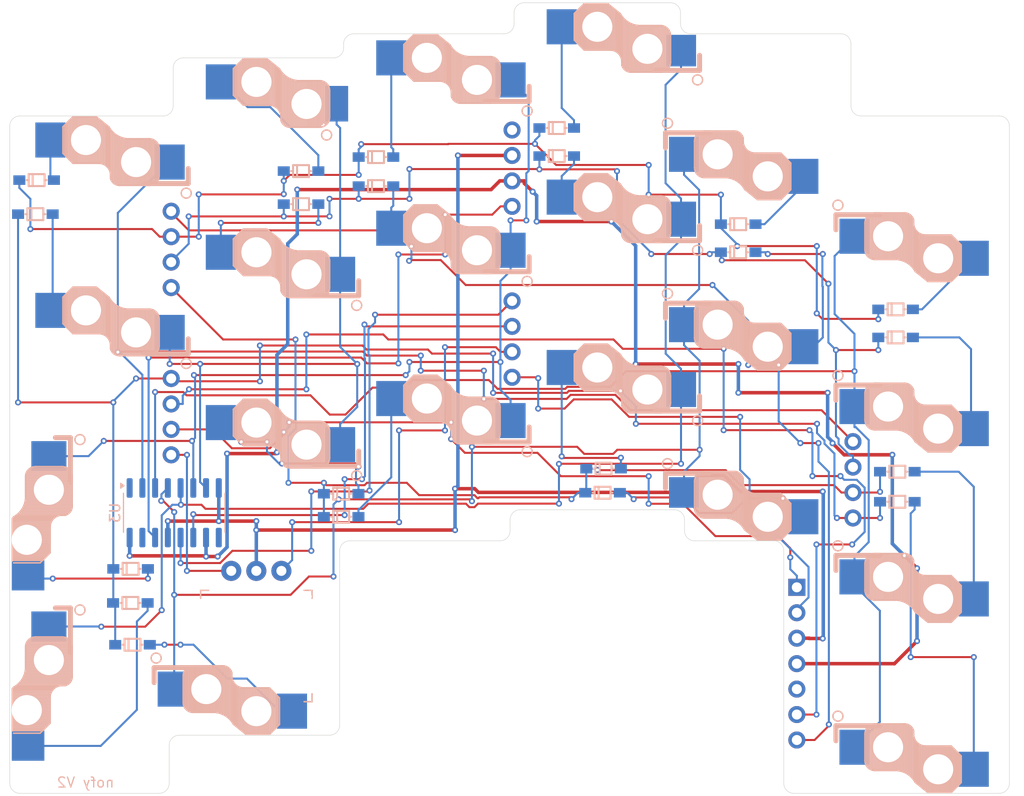
<source format=kicad_pcb>
(kicad_pcb (version 20241229) (generator "pcbnew") (generator_version "9.0")
  (title_block (title "nofy-Right") (date "2025-03-20") (company "FlightByte"))
  (layers (0 "F.Cu" signal) (2 "B.Cu" signal) (13 "F.Paste" user) (15 "B.Paste" user) (5 "F.SilkS" user "F.Silkscreen") (7 "B.SilkS" user "B.Silkscreen") (1 "F.Mask" user) (3 "B.Mask" user) (25 "Edge.Cuts" user))
  (net 0 "")
  (net 1 "Net-(D1-A)")
  (net 2 "Row0")
  (net 3 "Net-(D2-A)")
  (net 4 "Row1")
  (net 5 "Net-(D3-A)")
  (net 6 "Row2")
  (net 7 "Net-(D4-A)")
  (net 8 "Row3")
  (net 9 "Net-(D5-A)")
  (net 10 "Net-(D6-A)")
  (net 11 "Net-(D7-A)")
  (net 12 "Net-(D8-A)")
  (net 13 "Net-(D9-A)")
  (net 14 "Net-(D10-A)")
  (net 15 "Net-(D11-A)")
  (net 16 "Net-(D12-A)")
  (net 17 "Net-(D13-A)")
  (net 18 "Net-(D14-A)")
  (net 19 "Net-(D15-A)")
  (net 20 "Net-(D16-A)")
  (net 21 "Net-(D17-A)")
  (net 22 "Net-(D18-A)")
  (net 23 "CS")
  (net 24 "SCLK")
  (net 25 "MOTION")
  (net 26 "3.3V")
  (net 27 "SDIO")
  (net 28 "Net-(D19-A)")
  (net 29 "Col0")
  (net 30 "Col1")
  (net 31 "Col2")
  (net 32 "Col3")
  (net 33 "Col4")
  (net 34 "VCC")
  (net 35 "Net-(D20-A)")
  (net 36 "Net-(D21-A)")
  (net 37 "Col5")
  (net 38 "GND_R")
  (net 39 "RE_A_R")
  (net 41 "MISO")
  (net 42 "MOSI")
  (net 43 "RE_B_R")
  (net 44 "SCK")
  (footprint "_kicad_footprints:Diode_SMD" (layer "F.Cu") (at 73.7204 61.733)
    (property "Reference" "D11")
    (property "Value" "D" (hide yes))
  )
  (footprint "nofy:Choc_v2_Hotswap_1u_17mm" (layer "F.Cu") (at 41.8735 29.033 180)
    (property "Reference" "SW5" (hide yes))
    (property "Value" "SW_PUSH" (hide yes))
  )
  (footprint "nofy:Choc_v2_Hotswap_1u_17mm" (layer "F.Cu") (at 24.8735 68.833 -90)
    (property "Reference" "SW12" (hide yes))
    (property "Value" "SW_PUSH" (hide yes))
  )
  (footprint "nofy:Choc_v2_Hotswap_1u_17mm" (layer "F.Cu") (at 92.8735 60.633)
    (property "Reference" "SW19" (hide yes))
    (property "Value" "SW_PUSH" (hide yes))
  )
  (footprint "nofy:Choc_v2_Hotswap_1u_17mm" (layer "F.Cu") (at 41.8735 80.033)
    (property "Reference" "SW20" (hide yes))
    (property "Value" "SW_PUSH" (hide yes))
  )
  (footprint "_kicad_footprints:Diode_SMD" (layer "F.Cu") (at 87.1469 40.133)
    (property "Reference" "D14")
    (property "Value" "D" (hide yes))
  )
  (footprint "_kicad_footprints:Diode_SMD" (layer "F.Cu") (at 69.0469 30.533)
    (property "Reference" "D10")
    (property "Value" "D" (hide yes))
  )
  (footprint "_kicad_footprints:Diode_SMD" (layer "F.Cu") (at 103.0204 65.033)
    (property "Reference" "D20")
    (property "Value" "D" (hide yes))
  )
  (footprint "_kicad_footprints:Diode_SMD" (layer "F.Cu") (at 47.5469 64.233)
    (property "Reference" "D3")
    (property "Value" "D" (hide yes))
  )
  (footprint "_kicad_footprints:Diode_SMD" (layer "F.Cu") (at 26.5469 71.733)
    (property "Reference" "D8")
    (property "Value" "D" (hide yes))
  )
  (footprint "nofy:Pin1x4" (layer "F.Cu") (at 100.0735 57.733)
    (property "Reference" "J22" (hide yes))
    (property "Value" "PIn1x4" (hide yes))
  )
  (footprint "nofy:MountingHole_2.2mm_M2" (layer "F.Cu") (at 49.9735 54.533)
    (property "Reference" "REF**4" (hide yes))
    (property "Value" "MountingHole_2.2mm_M2" (hide yes))
  )
  (footprint "nofy:Choc_v2_Hotswap_1u_17mm" (layer "F.Cu") (at 92.8735 26.658)
    (property "Reference" "SW17" (hide yes))
    (property "Value" "SW_PUSH" (hide yes))
  )
  (footprint "nofy:Pin1x4" (layer "F.Cu") (at 66.0735 26.633)
    (property "Reference" "J38" (hide yes))
    (property "Value" "PIn1x4" (hide yes))
  )
  (footprint "nofy:MountingHole_2.2mm_M2" (layer "F.Cu") (at 101.4735 77.333)
    (property "Reference" "REF**8" (hide yes))
    (property "Value" "MountingHole_2.2mm_M2" (hide yes))
  )
  (footprint "nofy:Choc_v2_Hotswap_1u_17mm" (layer "F.Cu") (at 109.8735 34.833)
    (property "Reference" "SW3" (hide yes))
    (property "Value" "SW_PUSH" (hide yes))
  )
  (footprint "_kicad_footprints:Diode_SMD" (layer "F.Cu") (at 26.7369 79.303)
    (property "Reference" "D16")
    (property "Value" "D" (hide yes))
  )
  (footprint "nofy:Choc_v2_Hotswap_1u_17mm" (layer "F.Cu") (at 75.8735 57.533 180)
    (property "Reference" "SW15" (hide yes))
    (property "Value" "SW_PUSH" (hide yes))
  )
  (footprint "nofy:Pin1x4" (layer "F.Cu") (at 32.0735 34.738)
    (property "Reference" "J36" (hide yes))
    (property "Value" "PIn1x4" (hide yes))
  )
  (footprint "_kicad_footprints:Diode_SMD" (layer "F.Cu") (at 102.8469 48.633)
    (property "Reference" "D18")
    (property "Value" "D" (hide yes))
  )
  (footprint "nofy:Choc_v2_Hotswap_1u_17mm" (layer "F.Cu") (at 24.8735 85.833 -90)
    (property "Reference" "SW16" (hide yes))
    (property "Value" "SW_PUSH" (hide yes))
  )
  (footprint "_kicad_footprints:Diode_SMD" (layer "F.Cu") (at 102.8469 45.833)
    (property "Reference" "D17")
    (property "Value" "D" (hide yes))
  )
  (footprint "nofy:Choc_v2_Hotswap_1u_17mm" (layer "F.Cu") (at 109.8735 68.833)
    (property "Reference" "SW23" (hide yes))
    (property "Value" "SW_PUSH" (hide yes))
  )
  (footprint "nofy:Choc_v2_Hotswap_1u_17mm" (layer "F.Cu") (at 109.8735 85.833)
    (property "Reference" "SW24" (hide yes))
    (property "Value" "SW_PUSH" (hide yes))
  )
  (footprint "_kicad_footprints:Diode_SMD" (layer "F.Cu") (at 47.5469 66.533)
    (property "Reference" "D7")
    (property "Value" "D" (hide yes))
  )
  (footprint "nofy:Choc_v2_Hotswap_1u_17mm" (layer "F.Cu") (at 24.8735 34.833 180)
    (property "Reference" "SW25" (hide yes))
    (property "Value" "SW_PUSH" (hide yes))
  )
  (footprint "nofy:Choc_v2_Hotswap_1u_17mm" (layer "F.Cu") (at 41.8735 63.033 180)
    (property "Reference" "SW7" (hide yes))
    (property "Value" "SW_PUSH" (hide yes))
  )
  (footprint "nofy:Pin1x4" (layer "F.Cu") (at 32.0735 51.433)
    (property "Reference" "J37" (hide yes))
    (property "Value" "PIn1x4" (hide yes))
  )
  (footprint "_kicad_footprints:Diode_SMD" (layer "F.Cu") (at 51.0204 30.633)
    (property "Reference" "D5")
    (property "Value" "D" (hide yes))
  )
  (footprint "nofy:Choc_v2_Hotswap_1u_17mm" (layer "F.Cu") (at 58.8735 60.633 180)
    (property "Reference" "SW11" (hide yes))
    (property "Value" "SW_PUSH" (hide yes))
  )
  (footprint "nofy:Choc_v2_Hotswap_1u_17mm" (layer "F.Cu") (at 75.8735 40.533 180)
    (property "Reference" "SW14" (hide yes))
    (property "Value" "SW_PUSH" (hide yes))
  )
  (footprint "_kicad_footprints:pmw3610_connector" (layer "F.Cu") (at 95.7735 81.193)
    (property "Reference" "J2" (hide yes))
    (property "Value" "~")
  )
  (footprint "nofy:Pin1x4" (layer "F.Cu") (at 66.0735 43.693)
    (property "Reference" "J39" (hide yes))
    (property "Value" "PIn1x4" (hide yes))
  )
  (footprint "_kicad_footprints:Diode_SMD" (layer "F.Cu") (at 43.5469 35.333)
    (property "Reference" "D2")
    (property "Value" "D" (hide yes))
  )
  (footprint "_kicad_footprints:Diode_SMD" (layer "F.Cu") (at 87.1469 37.333)
    (property "Reference" "D13")
    (property "Value" "D" (hide yes))
  )
  (footprint "nofy:Choc_v2_Hotswap_1u_17mm" (layer "F.Cu") (at 58.8735 26.633 180)
    (property "Reference" "SW9" (hide yes))
    (property "Value" "SW_PUSH" (hide yes))
  )
  (footprint "nofy:Choc_v2_Hotswap_1u_17mm" (layer "F.Cu") (at 58.8735 43.633 180)
    (property "Reference" "SW10" (hide yes))
    (property "Value" "SW_PUSH" (hide yes))
  )
  (footprint "_kicad_footprints:Diode_SMD" (layer "F.Cu") (at 69.0469 27.733)
    (property "Reference" "D9")
    (property "Value" "D" (hide yes))
  )
  (footprint "nofy:Choc_v2_Hotswap_1u_17mm" (layer "F.Cu") (at 75.8735 23.533 180)
    (property "Reference" "SW13" (hide yes))
    (property "Value" "SW_PUSH" (hide yes))
  )
  (footprint "nofy:Choc_v2_Hotswap_1u_17mm" (layer "F.Cu") (at 24.8735 51.833 180)
    (property "Reference" "SW8" (hide yes))
    (property "Value" "SW_PUSH" (hide yes))
  )
  (footprint "nofy:MountingHole_2.2mm_M2" (layer "F.Cu") (at 101.8735 43.333)
    (property "Reference" "REF**3" (hide yes))
    (property "Value" "MountingHole_2.2mm_M2" (hide yes))
  )
  (footprint "_kicad_footprints:Diode_SMD" (layer "F.Cu") (at 17.0469 36.333)
    (property "Reference" "D4")
    (property "Value" "D" (hide yes))
  )
  (footprint "_kicad_footprints:Diode_SMD" (layer "F.Cu") (at 43.5469 32.033)
    (property "Reference" "D1")
    (property "Value" "D" (hide yes))
  )
  (footprint "_kicad_footprints:Diode_SMD" (layer "F.Cu") (at 17.1735 32.933)
    (property "Reference" "D21")
    (property "Value" "D" (hide yes))
  )
  (footprint "_kicad_footprints:Diode_SMD" (layer "F.Cu") (at 51.0204 33.533)
    (property "Reference" "D6")
    (property "Value" "D" (hide yes))
  )
  (footprint "_kicad_footprints:Diode_SMD" (layer "F.Cu") (at 103.0204 62.033)
    (property "Reference" "D19")
    (property "Value" "D" (hide yes))
  )
  (footprint "_kicad_footprints:Diode_SMD" (layer "F.Cu") (at 73.6204 64.133)
    (property "Reference" "D15")
    (property "Value" "D" (hide yes))
  )
  (footprint "_kicad_footprints:Diode_SMD" (layer "F.Cu") (at 26.5204 75.133)
    (property "Reference" "D12")
    (property "Value" "D" (hide yes))
  )
  (footprint "nofy:Choc_v2_Hotswap_1u_17mm" (layer "F.Cu") (at 41.8735 46.033 180)
    (property "Reference" "SW6" (hide yes))
    (property "Value" "SW_PUSH" (hide yes))
  )
  (footprint "nofy:Choc_v2_Hotswap_1u_17mm" (layer "F.Cu") (at 109.8735 51.833)
    (property "Reference" "SW22" (hide yes))
    (property "Value" "SW_PUSH" (hide yes))
  )
  (footprint "nofy:Choc_v2_Hotswap_1u_17mm" (layer "F.Cu") (at 92.8735 43.658)
    (property "Reference" "SW18" (hide yes))
    (property "Value" "SW_PUSH" (hide yes))
  )
  (footprint "Package_SO:SOIC-16_3.9x9.9mm_P1.27mm" (layer "B.Cu") (at 33.6735 66.133 -90)
    (property "Reference" "U3")
    (property "Value" "74HC595")
  )
  (footprint "nofy:RotaryEncoder_EC12E" (layer "B.Cu") (at 41.8635 79.433 -90)
    (property "Reference" "SW1" (hide yes))
    (property "Value" "RotaryEncoder" (hide yes))
  )
  (gr_arc (start 50.5735 19.733) (mid 50.280607 20.440107) (end 49.5735 20.733) (stroke (width 0.05)) (layer "Edge.Cuts"))
  (gr_arc (start 83.5735 65.833) (mid 84.280607 66.125893) (end 84.5735 66.833) (stroke (width 0.05)) (layer "Edge.Cuts"))
  (gr_line (start 17.2735 27.533) (end 17.2735 93.133) (stroke (width 0.05)) (layer "Edge.Cuts"))
  (gr_arc (start 67.5735 16.233) (mid 67.866393 15.525893) (end 68.5735 15.233) (stroke (width 0.05)) (layer "Edge.Cuts"))
  (gr_arc (start 67.1735 66.833) (mid 67.466393 66.125893) (end 68.1735 65.833) (stroke (width 0.05)) (layer "Edge.Cuts"))
  (gr_line (start 95.4735 94.133) (end 115.9735 94.133) (stroke (width 0.05)) (layer "Edge.Cuts"))
  (gr_arc (start 33.1735 93.133) (mid 32.880607 93.840107) (end 32.1735 94.133) (stroke (width 0.05)) (layer "Edge.Cuts"))
  (gr_arc (start 67.5735 17.333) (mid 67.280607 18.040107) (end 66.5735 18.333) (stroke (width 0.05)) (layer "Edge.Cuts"))
  (gr_arc (start 102.1735 26.532993) (mid 101.466396 26.240099) (end 101.1735 25.532993) (stroke (width 0.05)) (layer "Edge.Cuts"))
  (gr_line (start 33.1735 93.133) (end 33.1735 89.333) (stroke (width 0.05)) (layer "Edge.Cuts"))
  (gr_line (start 67.5735 16.233) (end 67.5735 17.333) (stroke (width 0.05)) (layer "Edge.Cuts"))
  (gr_line (start 94.4735 69.933) (end 94.4735 93.133) (stroke (width 0.05)) (layer "Edge.Cuts"))
  (gr_arc (start 50.1735 69.933) (mid 50.466393 69.225893) (end 51.1735 68.933) (stroke (width 0.05)) (layer "Edge.Cuts"))
  (gr_line (start 83.1735 15.233) (end 68.5735 15.233) (stroke (width 0.05)) (layer "Edge.Cuts"))
  (gr_line (start 100.1735 18.333) (end 85.1735 18.333) (stroke (width 0.05)) (layer "Edge.Cuts"))
  (gr_arc (start 93.4735 68.933) (mid 94.180607 69.225893) (end 94.4735 69.933) (stroke (width 0.05)) (layer "Edge.Cuts"))
  (gr_line (start 67.1735 67.933) (end 67.1735 66.833) (stroke (width 0.05)) (layer "Edge.Cuts"))
  (gr_line (start 85.5735 68.933) (end 93.4735 68.933) (stroke (width 0.05)) (layer "Edge.Cuts"))
  (gr_arc (start 85.1735 18.333) (mid 84.466393 18.040107) (end 84.1735 17.333) (stroke (width 0.05)) (layer "Edge.Cuts"))
  (gr_line (start 51.1735 68.933) (end 66.1735 68.933) (stroke (width 0.05)) (layer "Edge.Cuts"))
  (gr_line (start 66.5735 18.333) (end 51.5735 18.333) (stroke (width 0.05)) (layer "Edge.Cuts"))
  (gr_arc (start 67.1735 67.933) (mid 66.880607 68.640107) (end 66.1735 68.933) (stroke (width 0.05)) (layer "Edge.Cuts"))
  (gr_arc (start 100.1735 18.333) (mid 100.880607 18.625893) (end 101.1735 19.333) (stroke (width 0.05)) (layer "Edge.Cuts"))
  (gr_arc (start 33.5735 21.733) (mid 33.866393 21.025893) (end 34.5735 20.733) (stroke (width 0.05)) (layer "Edge.Cuts"))
  (gr_arc (start 18.2735 94.133) (mid 17.566393 93.840107) (end 17.2735 93.133) (stroke (width 0.05)) (layer "Edge.Cuts"))
  (gr_line (start 68.1735 65.833) (end 83.5735 65.833) (stroke (width 0.05)) (layer "Edge.Cuts"))
  (gr_arc (start 85.5735 68.933) (mid 84.866393 68.640107) (end 84.5735 67.933) (stroke (width 0.05)) (layer "Edge.Cuts"))
  (gr_line (start 18.2735 94.133) (end 32.1735 94.133) (stroke (width 0.05)) (layer "Edge.Cuts"))
  (gr_arc (start 17.2735 27.533) (mid 17.566393 26.825893) (end 18.2735 26.533) (stroke (width 0.05)) (layer "Edge.Cuts"))
  (gr_line (start 33.5735 25.533) (end 33.5735 21.733) (stroke (width 0.05)) (layer "Edge.Cuts"))
  (gr_line (start 32.5735 26.533) (end 18.2735 26.533) (stroke (width 0.05)) (layer "Edge.Cuts"))
  (gr_arc (start 83.1735 15.233) (mid 83.880607 15.525893) (end 84.1735 16.233) (stroke (width 0.05)) (layer "Edge.Cuts"))
  (gr_line (start 84.5735 66.833) (end 84.5735 67.933) (stroke (width 0.05)) (layer "Edge.Cuts"))
  (gr_line (start 116.9735 93.133) (end 116.9735 27.533) (stroke (width 0.05)) (layer "Edge.Cuts"))
  (gr_arc (start 95.4735 94.133) (mid 94.766393 93.840107) (end 94.4735 93.133) (stroke (width 0.05)) (layer "Edge.Cuts"))
  (gr_line (start 34.1735 88.333) (end 49.1735 88.333) (stroke (width 0.05)) (layer "Edge.Cuts"))
  (gr_line (start 84.1735 17.333) (end 84.1735 16.233) (stroke (width 0.05)) (layer "Edge.Cuts"))
  (gr_line (start 49.5735 20.733) (end 34.5735 20.733) (stroke (width 0.05)) (layer "Edge.Cuts"))
  (gr_line (start 50.1735 87.333) (end 50.1735 69.933) (stroke (width 0.05)) (layer "Edge.Cuts"))
  (gr_line (start 101.1735 25.532993) (end 101.1735 19.333) (stroke (width 0.05)) (layer "Edge.Cuts"))
  (gr_arc (start 115.9735 26.533) (mid 116.680607 26.825893) (end 116.9735 27.533) (stroke (width 0.05)) (layer "Edge.Cuts"))
  (gr_arc (start 33.5735 25.533) (mid 33.280607 26.240107) (end 32.5735 26.533) (stroke (width 0.05)) (layer "Edge.Cuts"))
  (gr_arc (start 33.1735 89.333) (mid 33.466393 88.625893) (end 34.1735 88.333) (stroke (width 0.05)) (layer "Edge.Cuts"))
  (gr_line (start 50.5735 19.333) (end 50.5735 19.733) (stroke (width 0.05)) (layer "Edge.Cuts"))
  (gr_arc (start 50.5735 19.333) (mid 50.866393 18.625893) (end 51.5735 18.333) (stroke (width 0.05)) (layer "Edge.Cuts"))
  (gr_arc (start 50.1735 87.333) (mid 49.880607 88.040107) (end 49.1735 88.333) (stroke (width 0.05)) (layer "Edge.Cuts"))
  (gr_line (start 115.9735 26.533) (end 102.1735 26.532993) (stroke (width 0.05)) (layer "Edge.Cuts"))
  (gr_arc (start 116.9735 93.133) (mid 116.680607 93.840107) (end 115.9735 94.133) (stroke (width 0.05)) (layer "Edge.Cuts"))
  (gr_text "nofy V2" (at 27.7735 93.633 0) (layer "B.SilkS") (effects (font (size 1 1) (thickness 0.125)) (justify left bottom mirror)))
  (segment (start 48.05 32.033) (end 48.05 30.45) (width 0.2) (layer "B.Cu") (net 1))
  (segment (start 43.25 25.65) (end 41 25.65) (width 0.2) (layer "B.Cu") (net 1))
  (segment (start 38.483 23.133) (end 38.3235 23.133) (width 0.2) (layer "B.Cu") (net 1))
  (segment (start 41 25.65) (end 38.483 23.133) (width 0.2) (layer "B.Cu") (net 1))
  (segment (start 48.05 30.45) (end 43.25 25.65) (width 0.2) (layer "B.Cu") (net 1))
  (segment (start 69.6538 29.3131) (end 71.7634 31.4227) (width 0.2) (layer "F.Cu") (net 2))
  (segment (start 52.0735 32.4114) (end 45.2016 32.4114) (width 0.2) (layer "F.Cu") (net 2))
  (segment (start 44.6 34.3298) (end 44.5701 34.3597) (width 0.2) (layer "F.Cu") (net 2))
  (segment (start 60.9946 29.3451) (end 61.0266 29.3131) (width 0.2) (layer "F.Cu") (net 2))
  (segment (start 103.868 46.783) (end 103.9 46.815) (width 0.2) (layer "F.Cu") (net 2))
  (segment (start 88.2 34.3848) (end 80.9961 34.3848) (width 0.2) (layer "F.Cu") (net 2))
  (segment (start 31.4618 37.818) (end 19.3299 37.818) (width 0.2) (layer "F.Cu") (net 2))
  (segment (start 98.3129 46.783) (end 103.868 46.783) (width 0.2) (layer "F.Cu") (net 2))
  (segment (start 61.0266 29.3131) (end 69.6538 29.3131) (width 0.2) (layer "F.Cu") (net 2))
  (segment (start 32.2218 38.578) (end 31.4618 37.818) (width 0.2) (layer "F.Cu") (net 2))
  (segment (start 44.5701 34.3597) (end 36.1212 34.3597) (width 0.2) (layer "F.Cu") (net 2))
  (segment (start 71.7634 31.4227) (end 80.9961 31.4227) (width 0.2) (layer "F.Cu") (net 2))
  (segment (start 33.3735 38.578) (end 32.2218 38.578) (width 0.2) (layer "F.Cu") (net 2))
  (segment (start 52.3248 29.3451) (end 60.9946 29.3451) (width 0.2) (layer "F.Cu") (net 2))
  (segment (start 45.2016 32.4114) (end 44.6 33.013) (width 0.2) (layer "F.Cu") (net 2))
  (segment (start 33.3735 38.578) (end 36.1212 38.578) (width 0.2) (layer "F.Cu") (net 2))
  (segment (start 89.8269 39.5185) (end 97.7631 39.5185) (width 0.2) (layer "F.Cu") (net 2))
  (segment (start 97.7631 46.2332) (end 98.3129 46.783) (width 0.2) (layer "F.Cu") (net 2))
  (via (at 44.6 33.013) (size 0.6) (drill 0.3) (layers "F.Cu" "B.Cu") (net 2))
  (via (at 80.9961 34.3848) (size 0.6) (drill 0.3) (layers "F.Cu" "B.Cu") (net 2))
  (via (at 36.1212 38.578) (size 0.6) (drill 0.3) (layers "F.Cu" "B.Cu") (net 2))
  (via (at 97.7631 46.2332) (size 0.6) (drill 0.3) (layers "F.Cu" "B.Cu") (net 2))
  (via (at 69.6538 29.3131) (size 0.6) (drill 0.3) (layers "F.Cu" "B.Cu") (net 2))
  (via (at 80.9961 31.4227) (size 0.6) (drill 0.3) (layers "F.Cu" "B.Cu") (net 2))
  (via (at 97.7631 39.5185) (size 0.6) (drill 0.3) (layers "F.Cu" "B.Cu") (net 2))
  (via (at 88.2 34.3848) (size 0.6) (drill 0.3) (layers "F.Cu" "B.Cu") (net 2))
  (via (at 44.6 34.3298) (size 0.6) (drill 0.3) (layers "F.Cu" "B.Cu") (net 2))
  (via (at 52.0735 32.4114) (size 0.6) (drill 0.3) (layers "F.Cu" "B.Cu") (net 2))
  (via (at 103.9 46.815) (size 0.6) (drill 0.3) (layers "F.Cu" "B.Cu") (net 2))
  (via (at 36.1212 34.3597) (size 0.6) (drill 0.3) (layers "F.Cu" "B.Cu") (net 2))
  (via (at 52.3248 29.3451) (size 0.6) (drill 0.3) (layers "F.Cu" "B.Cu") (net 2))
  (via (at 19.3299 37.818) (size 0.6) (drill 0.3) (layers "F.Cu" "B.Cu") (net 2))
  (via (at 89.8269 39.5185) (size 0.6) (drill 0.3) (layers "F.Cu" "B.Cu") (net 2))
  (segment (start 52.0735 30.633) (end 52.0735 32.4114) (width 0.2) (layer "B.Cu") (net 2))
  (segment (start 88.2 34.3848) (end 88.2 37.7095) (width 0.2) (layer "B.Cu") (net 2))
  (segment (start 52.0735 30.633) (end 52.0735 29.8563) (width 0.2) (layer "B.Cu") (net 2))
  (segment (start 80.9961 31.4227) (end 80.9961 34.3848) (width 0.2) (layer "B.Cu") (net 2))
  (segment (start 103.9 45.833) (end 103.9 46.815) (width 0.2) (layer "B.Cu") (net 2))
  (segment (start 18.2266 33.7097) (end 19.3299 34.813) (width 0.2) (layer "B.Cu") (net 2))
  (segment (start 36.1212 34.3597) (end 36.1212 38.578) (width 0.2) (layer "B.Cu") (net 2))
  (segment (start 52.0735 29.8563) (end 52.3248 29.605) (width 0.2) (layer "B.Cu") (net 2))
  (segment (start 97.7631 46.2332) (end 97.7631 39.5185) (width 0.2) (layer "B.Cu") (net 2))
  (segment (start 70.1 27.733) (end 70.1 28.5097) (width 0.2) (layer "B.Cu") (net 2))
  (segment (start 88.2 37.7095) (end 89.8269 39.3364) (width 0.2) (layer "B.Cu") (net 2))
  (segment (start 70.1 28.5097) (end 69.6538 28.9559) (width 0.2) (layer "B.Cu") (net 2))
  (segment (start 19.3299 34.813) (end 19.3299 37.818) (width 0.2) (layer "B.Cu") (net 2))
  (segment (start 44.6 32.033) (end 44.6 33.013) (width 0.2) (layer "B.Cu") (net 2))
  (segment (start 52.3248 29.605) (end 52.3248 29.3451) (width 0.2) (layer "B.Cu") (net 2))
  (segment (start 69.6538 28.9559) (end 69.6538 29.3131) (width 0.2) (layer "B.Cu") (net 2))
  (segment (start 18.2266 32.933) (end 18.2266 33.7097) (width 0.2) (layer "B.Cu") (net 2))
  (segment (start 89.8269 39.3364) (end 89.8269 39.5185) (width 0.2) (layer "B.Cu") (net 2))
  (segment (start 44.6 34.3298) (end 44.6 33.013) (width 0.2) (layer "B.Cu") (net 2))
  (segment (start 48.05 37.2) (end 38.3235 37.2) (width 0.2) (layer "F.Cu") (net 3))
  (via (at 48.05 37.2) (size 0.6) (drill 0.3) (layers "F.Cu" "B.Cu") (net 3))
  (via (at 38.3235 37.2) (size 0.6) (drill 0.3) (layers "F.Cu" "B.Cu") (net 3))
  (segment (start 38.3235 40.133) (end 38.3235 37.2) (width 0.2) (layer "B.Cu") (net 3))
  (segment (start 48.05 35.333) (end 48.05 37.2) (width 0.2) (layer "B.Cu") (net 3))
  (segment (start 70.0695 31.8308) (end 57.1345 31.8308) (width 0.2) (layer "F.Cu") (net 4))
  (segment (start 35.1189 36.5585) (end 44.6 36.5585) (width 0.2) (layer "F.Cu") (net 4))
  (segment (start 49.1639 34.8009) (end 52.0735 34.8009) (width 0.2) (layer "F.Cu") (net 4))
  (segment (start 96.5864 40.9336) (end 98.9239 43.2711) (width 0.2) (layer "F.Cu") (net 4))
  (segment (start 103.9 49.8922) (end 99.6762 49.8922) (width 0.2) (layer "F.Cu") (net 4))
  (segment (start 44.6 36.5585) (end 44.6049 36.5536) (width 0.2) (layer "F.Cu") (net 4))
  (segment (start 44.6049 36.5536) (end 49.1639 36.5536) (width 0.2) (layer "F.Cu") (net 4))
  (segment (start 88.2918 40.9336) (end 96.5864 40.9336) (width 0.2) (layer "F.Cu") (net 4))
  (segment (start 70.1 31.8613) (end 70.0695 31.8308) (width 0.2) (layer "F.Cu") (net 4))
  (segment (start 77.6616 31.8613) (end 77.8375 32.0372) (width 0.2) (layer "F.Cu") (net 4))
  (segment (start 81.2564 40.309) (end 87.0822 40.309) (width 0.2) (layer "F.Cu") (net 4))
  (segment (start 70.1 31.8613) (end 77.6616 31.8613) (width 0.2) (layer "F.Cu") (net 4))
  (segment (start 52.0735 34.8009) (end 57.1345 34.8009) (width 0.2) (layer "F.Cu") (net 4))
  (via (at 77.8375 32.0372) (size 0.6) (drill 0.3) (layers "F.Cu" "B.Cu") (net 4))
  (via (at 49.1639 36.5536) (size 0.6) (drill 0.3) (layers "F.Cu" "B.Cu") (net 4))
  (via (at 49.1639 34.8009) (size 0.6) (drill 0.3) (layers "F.Cu" "B.Cu") (net 4))
  (via (at 57.1345 34.8009) (size 0.6) (drill 0.3) (layers "F.Cu" "B.Cu") (net 4))
  (via (at 88.2918 40.9336) (size 0.6) (drill 0.3) (layers "F.Cu" "B.Cu") (net 4))
  (via (at 87.0822 40.309) (size 0.6) (drill 0.3) (layers "F.Cu" "B.Cu") (net 4))
  (via (at 35.1189 36.5585) (size 0.6) (drill 0.3) (layers "F.Cu" "B.Cu") (net 4))
  (via (at 98.9239 43.2711) (size 0.6) (drill 0.3) (layers "F.Cu" "B.Cu") (net 4))
  (via (at 44.6 36.5585) (size 0.6) (drill 0.3) (layers "F.Cu" "B.Cu") (net 4))
  (via (at 103.9 49.8922) (size 0.6) (drill 0.3) (layers "F.Cu" "B.Cu") (net 4))
  (via (at 70.1 31.8613) (size 0.6) (drill 0.3) (layers "F.Cu" "B.Cu") (net 4))
  (via (at 52.0735 34.8009) (size 0.6) (drill 0.3) (layers "F.Cu" "B.Cu") (net 4))
  (via (at 57.1345 31.8308) (size 0.6) (drill 0.3) (layers "F.Cu" "B.Cu") (net 4))
  (via (at 81.2564 40.309) (size 0.6) (drill 0.3) (layers "F.Cu" "B.Cu") (net 4))
  (via (at 99.6762 49.8922) (size 0.6) (drill 0.3) (layers "F.Cu" "B.Cu") (net 4))
  (segment (start 99.6762 58.491) (end 99.6762 49.8922) (width 0.2) (layer "B.Cu") (net 4))
  (segment (start 101.0856 60.4213) (end 99.9393 59.275) (width 0.2) (layer "B.Cu") (net 4))
  (segment (start 44.6 35.333) (end 44.6 36.5585) (width 0.2) (layer "B.Cu") (net 4))
  (segment (start 49.1639 36.5536) (end 49.1639 34.8009) (width 0.2) (layer "B.Cu") (net 4))
  (segment (start 101.3735 61.573) (end 101.3735 60.4213) (width 0.2) (layer "B.Cu") (net 4))
  (segment (start 88.2918 40.9336) (end 88.2 40.8418) (width 0.2) (layer "B.Cu") (net 4))
  (segment (start 33.3735 41.033) (end 35.1189 39.2876) (width 0.2) (layer "B.Cu") (net 4))
  (segment (start 88.2 40.8418) (end 88.2 40.133) (width 0.2) (layer "B.Cu") (net 4))
  (segment (start 87.2983 40.133) (end 87.1223 40.309) (width 0.2) (layer "B.Cu") (net 4))
  (segment (start 57.1345 34.8009) (end 57.1345 31.8308) (width 0.2) (layer "B.Cu") (net 4))
  (segment (start 99.9393 58.7541) (end 99.6762 58.491) (width 0.2) (layer "B.Cu") (net 4))
  (segment (start 33.3735 41.118) (end 33.3735 41.033) (width 0.2) (layer "B.Cu") (net 4))
  (segment (start 99.9393 59.275) (end 99.9393 58.7541) (width 0.2) (layer "B.Cu") (net 4))
  (segment (start 99.6762 49.8922) (end 98.9239 49.1399) (width 0.2) (layer "B.Cu") (net 4))
  (segment (start 52.0735 33.533) (end 52.0735 34.8009) (width 0.2) (layer "B.Cu") (net 4))
  (segment (start 81.2564 40.309) (end 81.2564 40.1933) (width 0.2) (layer "B.Cu") (net 4))
  (segment (start 87.1223 40.309) (end 87.0822 40.309) (width 0.2) (layer "B.Cu") (net 4))
  (segment (start 101.3735 60.4213) (end 101.0856 60.4213) (width 0.2) (layer "B.Cu") (net 4))
  (segment (start 88.2 40.133) (end 87.2983 40.133) (width 0.2) (layer "B.Cu") (net 4))
  (segment (start 77.8375 36.7744) (end 77.8375 32.0372) (width 0.2) (layer "B.Cu") (net 4))
  (segment (start 98.9239 49.1399) (end 98.9239 43.2711) (width 0.2) (layer "B.Cu") (net 4))
  (segment (start 103.9 48.633) (end 103.9 49.8922) (width 0.2) (layer "B.Cu") (net 4))
  (segment (start 35.1189 39.2876) (end 35.1189 36.5585) (width 0.2) (layer "B.Cu") (net 4))
  (segment (start 70.1 30.533) (end 70.1 31.8613) (width 0.2) (layer "B.Cu") (net 4))
  (segment (start 81.2564 40.1933) (end 77.8375 36.7744) (width 0.2) (layer "B.Cu") (net 4))
  (segment (start 40.3618 59.0522) (end 42.9273 59.0522) (width 0.2) (layer "F.Cu") (net 5))
  (segment (start 44.4122 61.2139) (end 51.7451 61.2139) (width 0.2) (layer "F.Cu") (net 5))
  (segment (start 51.7451 61.2139) (end 52.05 61.5188) (width 0.2) (layer "F.Cu") (net 5))
  (via (at 42.9273 59.0522) (size 0.6) (drill 0.3) (layers "F.Cu" "B.Cu") (net 5))
  (via (at 40.3618 59.0522) (size 0.6) (drill 0.3) (layers "F.Cu" "B.Cu") (net 5))
  (via (at 44.4122 61.2139) (size 0.6) (drill 0.3) (layers "F.Cu" "B.Cu") (net 5))
  (via (at 52.05 61.5188) (size 0.6) (drill 0.3) (layers "F.Cu" "B.Cu") (net 5))
  (segment (start 44.4122 61.2138) (end 44.1256 61.2138) (width 0.2) (layer "B.Cu") (net 5))
  (segment (start 42.9273 60.0155) (end 42.9273 59.0522) (width 0.2) (layer "B.Cu") (net 5))
  (segment (start 52.05 61.5188) (end 51.8035 61.7653) (width 0.2) (layer "B.Cu") (net 5))
  (segment (start 52.05 64.233) (end 52.05 63.4563) (width 0.2) (layer "B.Cu") (net 5))
  (segment (start 40.2427 59.0522) (end 40.3618 59.0522) (width 0.2) (layer "B.Cu") (net 5))
  (segment (start 51.8035 61.7653) (end 51.8035 63.2098) (width 0.2) (layer "B.Cu") (net 5))
  (segment (start 44.1256 61.2138) (end 42.9273 60.0155) (width 0.2) (layer "B.Cu") (net 5))
  (segment (start 44.4122 61.2139) (end 44.4122 61.2138) (width 0.2) (layer "B.Cu") (net 5))
  (segment (start 38.3235 57.133) (end 40.2427 59.0522) (width 0.2) (layer "B.Cu") (net 5))
  (segment (start 51.8035 63.2098) (end 52.05 63.4563) (width 0.2) (layer "B.Cu") (net 5))
  (segment (start 73.1172 64.591) (end 64.1022 64.591) (width 0.2) (layer "F.Cu") (net 6))
  (segment (start 99.4822 63.3734) (end 100.2218 64.113) (width 0.2) (layer "F.Cu") (net 6))
  (segment (start 52.6544 63.3848) (end 48.8434 63.3848) (width 0.2) (layer "F.Cu") (net 6))
  (segment (start 64.1022 64.591) (end 64.0088 64.6844) (width 0.2) (layer "F.Cu") (net 6))
  (segment (start 73.3 64.7738) (end 73.1172 64.591) (width 0.2) (layer "F.Cu") (net 6))
  (segment (start 75.9106 61.883) (end 88.6726 61.883) (width 0.2) (layer "F.Cu") (net 6))
  (segment (start 88.6726 61.883) (end 90.163 63.3734) (width 0.2) (layer "F.Cu") (net 6))
  (segment (start 90.163 63.3734) (end 99.4822 63.3734) (width 0.2) (layer "F.Cu") (net 6))
  (segment (start 48.8434 63.3848) (end 48.6 63.1414) (width 0.2) (layer "F.Cu") (net 6))
  (segment (start 63.6173 64.3755) (end 58.1021 64.3755) (width 0.2) (layer "F.Cu") (net 6))
  (segment (start 52.8978 63.1414) (end 52.6544 63.3848) (width 0.2) (layer "F.Cu") (net 6))
  (segment (start 100.2218 64.113) (end 101.3735 64.113) (width 0.2) (layer "F.Cu") (net 6))
  (segment (start 33.3735 43.658) (end 38.5563 48.8408) (width 0.2) (layer "F.Cu") (net 6))
  (segment (start 58.1021 64.3755) (end 56.868 63.1414) (width 0.2) (layer "F.Cu") (net 6))
  (segment (start 56.868 63.1414) (end 52.8978 63.1414) (width 0.2) (layer "F.Cu") (net 6))
  (segment (start 75.8894 61.8618) (end 75.9106 61.883) (width 0.2) (layer "F.Cu") (net 6))
  (segment (start 104.0735 64.0415) (end 104.002 64.113) (width 0.2) (layer "F.Cu") (net 6))
  (segment (start 63.9262 64.6844) (end 63.6173 64.3755) (width 0.2) (layer "F.Cu") (net 6))
  (segment (start 45.0718 63.1414) (end 48.6 63.1414) (width 0.2) (layer "F.Cu") (net 6))
  (segment (start 38.5563 48.8408) (end 45.769 48.8408) (width 0.2) (layer "F.Cu") (net 6))
  (segment (start 104.002 64.113) (end 101.3735 64.113) (width 0.2) (layer "F.Cu") (net 6))
  (segment (start 64.0088 64.6844) (end 63.9262 64.6844) (width 0.2) (layer "F.Cu") (net 6))
  (via (at 73.3 64.7738) (size 0.6) (drill 0.3) (layers "F.Cu" "B.Cu") (net 6))
  (via (at 48.6 63.1414) (size 0.6) (drill 0.3) (layers "F.Cu" "B.Cu") (net 6))
  (via (at 104.0735 64.0415) (size 0.6) (drill 0.3) (layers "F.Cu" "B.Cu") (net 6))
  (via (at 45.769 48.8408) (size 0.6) (drill 0.3) (layers "F.Cu" "B.Cu") (net 6))
  (via (at 45.0718 63.1414) (size 0.6) (drill 0.3) (layers "F.Cu" "B.Cu") (net 6))
  (via (at 75.8894 61.8618) (size 0.6) (drill 0.3) (layers "F.Cu" "B.Cu") (net 6))
  (segment (start 45.0718 58.459) (end 45.769 57.7618) (width 0.2) (layer "B.Cu") (net 6))
  (segment (start 48.6 66.533) (end 48.6 64.233) (width 0.2) (layer "B.Cu") (net 6))
  (segment (start 73.3 64.7738) (end 73.9408 64.133) (width 0.2) (layer "B.Cu") (net 6))
  (segment (start 74.7735 64.033025) (end 74.7735 61.733) (width 0.2) (layer "B.Cu") (net 6))
  (segment (start 104.0735 62.033) (end 104.0735 64.0415) (width 0.2) (layer "B.Cu") (net 6))
  (segment (start 48.6 64.233) (end 48.6 63.1414) (width 0.2) (layer "B.Cu") (net 6))
  (segment (start 45.0718 63.1414) (end 45.0718 58.459) (width 0.2) (layer "B.Cu") (net 6))
  (segment (start 75.7606 61.733) (end 75.8894 61.8618) (width 0.2) (layer "B.Cu") (net 6))
  (segment (start 74.7735 61.733) (end 75.7606 61.733) (width 0.2) (layer "B.Cu") (net 6))
  (segment (start 74.673525 64.133) (end 74.7735 64.033025) (width 0.2) (layer "B.Cu") (net 6))
  (segment (start 73.9408 64.133) (end 74.673525 64.133) (width 0.2) (layer "B.Cu") (net 6))
  (segment (start 45.769 57.7618) (end 45.769 48.8408) (width 0.2) (layer "B.Cu") (net 6))
  (segment (start 21.3235 45.933) (end 21.55 45.7065) (width 0.2) (layer "B.Cu") (net 7))
  (segment (start 21.55 45.7065) (end 21.55 36.333) (width 0.2) (layer "B.Cu") (net 7))
  (segment (start 58.9755 49.8443) (end 52.8623 49.8443) (width 0.2) (layer "F.Cu") (net 8))
  (segment (start 59.3759 50.2447) (end 58.9755 49.8443) (width 0.2) (layer "F.Cu") (net 8))
  (segment (start 65.4825 50.2447) (end 59.3759 50.2447) (width 0.2) (layer "F.Cu") (net 8))
  (segment (start 52.4605 49.4425) (end 42.221 49.4425) (width 0.2) (layer "F.Cu") (net 8))
  (segment (start 33.6536 53.0131) (end 42.221 53.0131) (width 0.2) (layer "F.Cu") (net 8))
  (segment (start 52.8623 49.8443) (end 52.4605 49.4425) (width 0.2) (layer "F.Cu") (net 8))
  (segment (start 72.839 54.1691) (end 65.4825 54.1691) (width 0.2) (layer "F.Cu") (net 8))
  (segment (start 97.7884 57.2501) (end 79.7205 57.2501) (width 0.2) (layer "F.Cu") (net 8))
  (segment (start 104.0735 66.653) (end 101.3735 66.653) (width 0.2) (layer "F.Cu") (net 8))
  (segment (start 33.3735 52.733) (end 29.8695 52.733) (width 0.2) (layer "F.Cu") (net 8))
  (segment (start 73.0407 53.9674) (end 72.839 54.1691) (width 0.2) (layer "F.Cu") (net 8))
  (segment (start 78.1858 53.9674) (end 73.0407 53.9674) (width 0.2) (layer "F.Cu") (net 8))
  (segment (start 33.3735 52.733) (end 33.6536 53.0131) (width 0.2) (layer "F.Cu") (net 8))
  (segment (start 27.6 55.1195) (end 18.1 55.1195) (width 0.2) (layer "F.Cu") (net 8))
  (segment (start 101.3735 66.653) (end 99.7722 66.653) (width 0.2) (layer "F.Cu") (net 8))
  (via (at 42.221 49.4425) (size 0.6) (drill 0.3) (layers "F.Cu" "B.Cu") (net 8))
  (via (at 78.1858 53.9674) (size 0.6) (drill 0.3) (layers "F.Cu" "B.Cu") (net 8))
  (via (at 27.6 55.1195) (size 0.6) (drill 0.3) (layers "F.Cu" "B.Cu") (net 8))
  (via (at 18.1 55.1195) (size 0.6) (drill 0.3) (layers "F.Cu" "B.Cu") (net 8))
  (via (at 97.7884 57.2501) (size 0.6) (drill 0.3) (layers "F.Cu" "B.Cu") (net 8))
  (via (at 65.4825 50.2447) (size 0.6) (drill 0.3) (layers "F.Cu" "B.Cu") (net 8))
  (via (at 29.8695 52.733) (size 0.6) (drill 0.3) (layers "F.Cu" "B.Cu") (net 8))
  (via (at 65.4825 54.1691) (size 0.6) (drill 0.3) (layers "F.Cu" "B.Cu") (net 8))
  (via (at 99.7722 66.653) (size 0.6) (drill 0.3) (layers "F.Cu" "B.Cu") (net 8))
  (via (at 42.221 53.0131) (size 0.6) (drill 0.3) (layers "F.Cu" "B.Cu") (net 8))
  (via (at 79.7205 57.2501) (size 0.6) (drill 0.3) (layers "F.Cu" "B.Cu") (net 8))
  (via (at 104.0735 66.653) (size 0.6) (drill 0.3) (layers "F.Cu" "B.Cu") (net 8))
  (segment (start 27.6 55.0025) (end 29.8695 52.733) (width 0.2) (layer "B.Cu") (net 8))
  (segment (start 27.6 55.1195) (end 27.6 55.0025) (width 0.2) (layer "B.Cu") (net 8))
  (segment (start 97.7884 58.1836) (end 97.7884 57.2501) (width 0.2) (layer "B.Cu") (net 8))
  (segment (start 98.5331 59.2389) (end 98.5331 58.9283) (width 0.2) (layer "B.Cu") (net 8))
  (segment (start 99.5262 60.232) (end 98.5331 59.2389) (width 0.2) (layer "B.Cu") (net 8))
  (segment (start 27.573525 75.133) (end 27.6 75.106525) (width 0.2) (layer "B.Cu") (net 8))
  (segment (start 18.1 36.333) (end 18.1 55.1195) (width 0.2) (layer "B.Cu") (net 8))
  (segment (start 99.5262 66.407) (end 99.5262 60.232) (width 0.2) (layer "B.Cu") (net 8))
  (segment (start 65.4825 54.1691) (end 65.4825 50.2447) (width 0.2) (layer "B.Cu") (net 8))
  (segment (start 27.79 79.303) (end 27.79 75.349475) (width 0.2) (layer "B.Cu") (net 8))
  (segment (start 27.6 75.106525) (end 27.6 55.1195) (width 0.2) (layer "B.Cu") (net 8))
  (segment (start 79.7205 55.5021) (end 78.1858 53.9674) (width 0.2) (layer "B.Cu") (net 8))
  (segment (start 42.221 53.0131) (end 42.221 49.4425) (width 0.2) (layer "B.Cu") (net 8))
  (segment (start 98.5331 58.9283) (end 97.7884 58.1836) (width 0.2) (layer "B.Cu") (net 8))
  (segment (start 27.79 75.349475) (end 27.573525 75.133) (width 0.2) (layer "B.Cu") (net 8))
  (segment (start 104.0735 65.033) (end 104.0735 66.653) (width 0.2) (layer "B.Cu") (net 8))
  (segment (start 99.7722 66.653) (end 99.5262 66.407) (width 0.2) (layer "B.Cu") (net 8))
  (segment (start 79.7205 57.2501) (end 79.7205 55.5021) (width 0.2) (layer "B.Cu") (net 8))
  (segment (start 55.3235 20.733) (end 55.3235 29.6563) (width 0.2) (layer "B.Cu") (net 9))
  (segment (start 55.5235 30.633) (end 55.5235 29.8563) (width 0.2) (layer "B.Cu") (net 9))
  (segment (start 55.3235 29.6563) (end 55.5235 29.8563) (width 0.2) (layer "B.Cu") (net 9))
  (segment (start 55.3235 37.733) (end 55.3235 35.6813) (width 0.2) (layer "B.Cu") (net 10))
  (segment (start 55.5235 35.4813) (end 55.5235 33.533) (width 0.2) (layer "B.Cu") (net 10))
  (segment (start 55.3235 35.6813) (end 55.5235 35.4813) (width 0.2) (layer "B.Cu") (net 10))
  (segment (start 52.1626 65.7563) (end 55.3235 62.5954) (width 0.2) (layer "B.Cu") (net 11))
  (segment (start 52.05 65.7563) (end 52.1626 65.7563) (width 0.2) (layer "B.Cu") (net 11))
  (segment (start 52.05 66.533) (end 52.05 65.7563) (width 0.2) (layer "B.Cu") (net 11))
  (segment (start 55.3235 62.5954) (end 55.3235 54.733) (width 0.2) (layer "B.Cu") (net 11))
  (segment (start 21.5596 72.7) (end 31.05 72.7) (width 0.2) (layer "F.Cu") (net 12))
  (via (at 21.5596 72.7) (size 0.6) (drill 0.3) (layers "F.Cu" "B.Cu") (net 12))
  (via (at 31.05 72.7) (size 0.6) (drill 0.3) (layers "F.Cu" "B.Cu") (net 12))
  (segment (start 31.05 72.7) (end 31.05 71.733) (width 0.2) (layer "B.Cu") (net 12))
  (segment (start 21.5596 72.7) (end 19.2905 72.7) (width 0.2) (layer "B.Cu") (net 12))
  (segment (start 19.2905 72.7) (end 18.9735 72.383) (width 0.2) (layer "B.Cu") (net 12))
  (segment (start 73.55 27.733) (end 73.55 26.9563) (width 0.2) (layer "B.Cu") (net 13))
  (segment (start 72.3235 25.7298) (end 73.55 26.9563) (width 0.2) (layer "B.Cu") (net 13))
  (segment (start 72.3235 17.633) (end 72.3235 25.7298) (width 0.2) (layer "B.Cu") (net 13))
  (segment (start 72.3235 34.633) (end 72.3235 32.5362) (width 0.2) (layer "B.Cu") (net 14))
  (segment (start 72.3235 32.5362) (end 73.55 31.3097) (width 0.2) (layer "B.Cu") (net 14))
  (segment (start 73.55 30.533) (end 73.55 31.3097) (width 0.2) (layer "B.Cu") (net 14))
  (segment (start 72.319452 60.507459) (end 72.374359 60.507459) (width 0.2) (layer "F.Cu") (net 15))
  (segment (start 78.1989 60.6619) (end 78.2235 60.6373) (width 0.2) (layer "F.Cu") (net 15))
  (segment (start 72.374359 60.507459) (end 72.5288 60.6619) (width 0.2) (layer "F.Cu") (net 15))
  (segment (start 72.5288 60.6619) (end 78.1989 60.6619) (width 0.2) (layer "F.Cu") (net 15))
  (via (at 78.2235 60.6373) (size 0.6) (drill 0.3) (layers "F.Cu" "B.Cu") (net 15))
  (via (at 72.319452 60.507459) (size 0.6) (drill 0.3) (layers "F.Cu" "B.Cu") (net 15))
  (segment (start 72.3235 51.633) (end 72.3235 60.503411) (width 0.2) (layer "B.Cu") (net 15))
  (segment (start 72.3235 60.503411) (end 72.319452 60.507459) (width 0.2) (layer "B.Cu") (net 15))
  (segment (start 78.2235 61.733) (end 78.2235 60.6373) (width 0.2) (layer "B.Cu") (net 15))
  (segment (start 26.35 89.4) (end 18.9905 89.4) (width 0.2) (layer "B.Cu") (net 16))
  (segment (start 31.0235 75.9097) (end 29.95 76.9832) (width 0.2) (layer "B.Cu") (net 16))
  (segment (start 29.95 76.9832) (end 29.95 85.8) (width 0.2) (layer "B.Cu") (net 16))
  (segment (start 18.9905 89.4) (end 18.9735 89.383) (width 0.2) (layer "B.Cu") (net 16))
  (segment (start 31.0235 75.133) (end 31.0235 75.9097) (width 0.2) (layer "B.Cu") (net 16))
  (segment (start 29.95 85.8) (end 26.35 89.4) (width 0.2) (layer "B.Cu") (net 16))
  (segment (start 96.4235 32.558) (end 96.4235 33.4612) (width 0.2) (layer "B.Cu") (net 17))
  (segment (start 96.4235 33.4612) (end 92.5517 37.333) (width 0.2) (layer "B.Cu") (net 17))
  (segment (start 92.5517 37.333) (end 91.65 37.333) (width 0.2) (layer "B.Cu") (net 17))
  (segment (start 92.8761 40.309) (end 98.3648 40.309) (width 0.2) (layer "F.Cu") (net 18))
  (via (at 98.3648 40.309) (size 0.6) (drill 0.3) (layers "F.Cu" "B.Cu") (net 18))
  (via (at 92.8761 40.309) (size 0.6) (drill 0.3) (layers "F.Cu" "B.Cu") (net 18))
  (segment (start 92.5517 40.133) (end 92.7001 40.133) (width 0.2) (layer "B.Cu") (net 18))
  (segment (start 92.7001 40.133) (end 92.8761 40.309) (width 0.2) (layer "B.Cu") (net 18))
  (segment (start 91.65 40.133) (end 92.5517 40.133) (width 0.2) (layer "B.Cu") (net 18))
  (segment (start 98.3222 43.5202) (end 98.3648 43.5628) (width 0.2) (layer "B.Cu") (net 18))
  (segment (start 98.3648 48.6352) (end 97.442 49.558) (width 0.2) (layer "B.Cu") (net 18))
  (segment (start 98.3222 40.3516) (end 98.3222 43.5202) (width 0.2) (layer "B.Cu") (net 18))
  (segment (start 98.3648 40.309) (end 98.3222 40.3516) (width 0.2) (layer "B.Cu") (net 18))
  (segment (start 98.3648 43.5628) (end 98.3648 48.6352) (width 0.2) (layer "B.Cu") (net 18))
  (segment (start 97.442 49.558) (end 96.4235 49.558) (width 0.2) (layer "B.Cu") (net 18))
  (segment (start 79.5 64.7738) (end 79.6701 64.6037) (width 0.2) (layer "F.Cu") (net 19))
  (segment (start 90.7791 64.696) (end 94.3808 64.696) (width 0.2) (layer "F.Cu") (net 19))
  (segment (start 89.3236 66.1515) (end 90.7791 64.696) (width 0.2) (layer "F.Cu") (net 19))
  (segment (start 86.0575 66.1515) (end 89.3236 66.1515) (width 0.2) (layer "F.Cu") (net 19))
  (segment (start 84.5097 64.6037) (end 86.0575 66.1515) (width 0.2) (layer "F.Cu") (net 19))
  (segment (start 79.6701 64.6037) (end 84.5097 64.6037) (width 0.2) (layer "F.Cu") (net 19))
  (via (at 79.5 64.7738) (size 0.6) (drill 0.3) (layers "F.Cu" "B.Cu") (net 19))
  (via (at 94.3808 64.696) (size 0.6) (drill 0.3) (layers "F.Cu" "B.Cu") (net 19))
  (segment (start 78.8592 64.133) (end 78.123525 64.133) (width 0.2) (layer "B.Cu") (net 19))
  (segment (start 94.5865 64.696) (end 94.3808 64.696) (width 0.2) (layer "B.Cu") (net 19))
  (segment (start 78.123525 64.133) (end 78.1235 64.133) (width 0.2) (layer "B.Cu") (net 19))
  (segment (start 96.4235 66.533) (end 94.5865 64.696) (width 0.2) (layer "B.Cu") (net 19))
  (segment (start 79.5 64.7738) (end 78.8592 64.133) (width 0.2) (layer "B.Cu") (net 19))
  (segment (start 34.3 79.3) (end 32.7 79.3) (width 0.2) (layer "F.Cu") (net 20))
  (via (at 34.3 79.3) (size 0.6) (drill 0.3) (layers "F.Cu" "B.Cu") (net 20))
  (via (at 32.7 79.3) (size 0.6) (drill 0.3) (layers "F.Cu" "B.Cu") (net 20))
  (segment (start 44.1735 85.933) (end 45.4235 85.933) (width 0.2) (layer "B.Cu") (net 20))
  (segment (start 34.3 79.3) (end 35.6 79.3) (width 0.2) (layer "B.Cu") (net 20))
  (segment (start 40.9235 82.683) (end 44.1735 85.933) (width 0.2) (layer "B.Cu") (net 20))
  (segment (start 31.24 79.303) (end 32.697 79.303) (width 0.2) (layer "B.Cu") (net 20))
  (segment (start 32.697 79.303) (end 32.7 79.3) (width 0.2) (layer "B.Cu") (net 20))
  (segment (start 35.6 79.3) (end 38.983 82.683) (width 0.2) (layer "B.Cu") (net 20))
  (segment (start 38.983 82.683) (end 40.9235 82.683) (width 0.2) (layer "B.Cu") (net 20))
  (segment (start 108.2517 45.833) (end 107.35 45.833) (width 0.2) (layer "B.Cu") (net 21))
  (segment (start 113.4235 40.733) (end 113.3517 40.733) (width 0.2) (layer "B.Cu") (net 21))
  (segment (start 113.3517 40.733) (end 108.2517 45.833) (width 0.2) (layer "B.Cu") (net 21))
  (segment (start 113.15 49.8) (end 113.15 57.4595) (width 0.2) (layer "B.Cu") (net 22))
  (segment (start 113.15 57.4595) (end 113.4235 57.733) (width 0.2) (layer "B.Cu") (net 22))
  (segment (start 111.983 48.633) (end 113.15 49.8) (width 0.2) (layer "B.Cu") (net 22))
  (segment (start 107.35 48.633) (end 111.983 48.633) (width 0.2) (layer "B.Cu") (net 22))
  (segment (start 73.5235 54.8208) (end 77.3014 54.8208) (width 0.2) (layer "F.Cu") (net 23))
  (segment (start 72.6086 55.7357) (end 73.5235 54.8208) (width 0.2) (layer "F.Cu") (net 23))
  (segment (start 69.9776 52.7) (end 69.8906 52.613) (width 0.2) (layer "F.Cu") (net 23))
  (segment (start 69.8906 52.613) (end 67.3735 52.613) (width 0.2) (layer "F.Cu") (net 23))
  (segment (start 79.0439 56.5633) (end 90.1185 56.5633) (width 0.2) (layer "F.Cu") (net 23))
  (segment (start 77.3014 54.8208) (end 79.0439 56.5633) (width 0.2) (layer "F.Cu") (net 23))
  (segment (start 69.9776 55.7357) (end 72.6086 55.7357) (width 0.2) (layer "F.Cu") (net 23))
  (via (at 69.9776 52.7) (size 0.6) (drill 0.3) (layers "F.Cu" "B.Cu") (net 23))
  (via (at 69.9776 55.7357) (size 0.6) (drill 0.3) (layers "F.Cu" "B.Cu") (net 23))
  (via (at 90.1185 56.5633) (size 0.6) (drill 0.3) (layers "F.Cu" "B.Cu") (net 23))
  (segment (start 95.7735 75.7531) (end 96.9423 74.5843) (width 0.2) (layer "B.Cu") (net 23))
  (segment (start 93.8361 68.4332) (end 92.179 68.4332) (width 0.2) (layer "B.Cu") (net 23))
  (segment (start 91.0629 62.7986) (end 90.1185 61.8542) (width 0.2) (layer "B.Cu") (net 23))
  (segment (start 96.9423 74.5843) (end 96.9423 71.5394) (width 0.2) (layer "B.Cu") (net 23))
  (segment (start 95.7735 76.113) (end 95.7735 75.7531) (width 0.2) (layer "B.Cu") (net 23))
  (segment (start 96.9423 71.5394) (end 93.8361 68.4332) (width 0.2) (layer "B.Cu") (net 23))
  (segment (start 90.1185 61.8542) (end 90.1185 56.5633) (width 0.2) (layer "B.Cu") (net 23))
  (segment (start 91.0629 67.3171) (end 91.0629 62.7986) (width 0.2) (layer "B.Cu") (net 23))
  (segment (start 69.9776 55.7357) (end 69.9776 52.7) (width 0.2) (layer "B.Cu") (net 23))
  (segment (start 92.179 68.4332) (end 91.0629 67.3171) (width 0.2) (layer "B.Cu") (net 23))
  (segment (start 95.1202 70.5847) (end 95.1202 69.6761) (width 0.2) (layer "F.Cu") (net 24))
  (segment (start 39.4307 59.6974) (end 37.5463 57.813) (width 0.2) (layer "F.Cu") (net 24))
  (segment (start 69.9103 60.1505) (end 72.2461 62.4863) (width 0.2) (layer "F.Cu") (net 24))
  (segment (start 44.5983 58.0816) (end 44.5983 58.3068) (width 0.2) (layer "F.Cu") (net 24))
  (segment (start 44.5983 58.3068) (end 43.2077 59.6974) (width 0.2) (layer "F.Cu") (net 24))
  (segment (start 87.6501 68.4643) (end 84.4194 65.2336) (width 0.2) (layer "F.Cu") (net 24))
  (segment (start 61.2898 58.7758) (end 62.6645 60.1505) (width 0.2) (layer "F.Cu") (net 24))
  (segment (start 37.5463 57.813) (end 33.3735 57.813) (width 0.2) (layer "F.Cu") (net 24))
  (segment (start 84.4194 65.2336) (end 80.9961 65.2336) (width 0.2) (layer "F.Cu") (net 24))
  (segment (start 95.1202 69.6761) (end 93.9084 68.4643) (width 0.2) (layer "F.Cu") (net 24))
  (segment (start 43.2077 59.6974) (end 39.4307 59.6974) (width 0.2) (layer "F.Cu") (net 24))
  (segment (start 72.2461 62.4863) (end 80.9961 62.4863) (width 0.2) (layer "F.Cu") (net 24))
  (segment (start 62.6645 60.1505) (end 69.9103 60.1505) (width 0.2) (layer "F.Cu") (net 24))
  (segment (start 45.1425 57.108) (end 61.2898 57.108) (width 0.2) (layer "F.Cu") (net 24))
  (segment (start 93.9084 68.4643) (end 87.6501 68.4643) (width 0.2) (layer "F.Cu") (net 24))
  (via (at 80.9961 62.4863) (size 0.6) (drill 0.3) (layers "F.Cu" "B.Cu") (net 24))
  (via (at 80.9961 65.2336) (size 0.6) (drill 0.3) (layers "F.Cu" "B.Cu") (net 24))
  (via (at 44.5983 58.0816) (size 0.6) (drill 0.3) (layers "F.Cu" "B.Cu") (net 24))
  (via (at 61.2898 58.7758) (size 0.6) (drill 0.3) (layers "F.Cu" "B.Cu") (net 24))
  (via (at 61.2898 57.108) (size 0.6) (drill 0.3) (layers "F.Cu" "B.Cu") (net 24))
  (via (at 45.1425 57.108) (size 0.6) (drill 0.3) (layers "F.Cu" "B.Cu") (net 24))
  (via (at 95.1202 70.5847) (size 0.6) (drill 0.3) (layers "F.Cu" "B.Cu") (net 24))
  (segment (start 80.9961 65.2336) (end 80.9961 62.4863) (width 0.2) (layer "B.Cu") (net 24))
  (segment (start 44.5983 58.0816) (end 45.1425 57.5374) (width 0.2) (layer "B.Cu") (net 24))
  (segment (start 61.2898 58.7758) (end 61.2898 57.108) (width 0.2) (layer "B.Cu") (net 24))
  (segment (start 95.7735 73.573) (end 95.7735 72.4213) (width 0.2) (layer "B.Cu") (net 24))
  (segment (start 45.1425 57.5374) (end 45.1425 57.108) (width 0.2) (layer "B.Cu") (net 24))
  (segment (start 95.1202 71.768) (end 95.1202 70.5847) (width 0.2) (layer "B.Cu") (net 24))
  (segment (start 95.7735 72.4213) (end 95.1202 71.768) (width 0.2) (layer "B.Cu") (net 24))
  (segment (start 87.3609 43.4051) (end 62.7508 43.4051) (width 0.2) (layer "F.Cu") (net 25))
  (segment (start 95.7735 88.813) (end 97.5435 88.813) (width 0.2) (layer "F.Cu") (net 25))
  (segment (start 57.1772 40.9141) (end 57.1071 40.9842) (width 0.2) (layer "F.Cu") (net 25))
  (segment (start 33.3735 36.038) (end 33.3735 36.1877) (width 0.2) (layer "F.Cu") (net 25))
  (segment (start 35.136 37.9502) (end 55.7426 37.9502) (width 0.2) (layer "F.Cu") (net 25))
  (segment (start 62.7508 43.4051) (end 60.2598 40.9141) (width 0.2) (layer "F.Cu") (net 25))
  (segment (start 33.3735 36.1877) (end 35.136 37.9502) (width 0.2) (layer "F.Cu") (net 25))
  (segment (start 90.9293 51.3819) (end 93.9627 51.3819) (width 0.2) (layer "F.Cu") (net 25))
  (segment (start 60.2598 40.9141) (end 57.1772 40.9141) (width 0.2) (layer "F.Cu") (net 25))
  (segment (start 97.5435 88.813) (end 98.9677 87.3888) (width 0.2) (layer "F.Cu") (net 25))
  (segment (start 98.9677 87.3888) (end 98.9677 87.2598) (width 0.2) (layer "F.Cu") (net 25))
  (segment (start 55.7426 37.9502) (end 57.3354 39.543) (width 0.2) (layer "F.Cu") (net 25))
  (segment (start 96.1283 59.1775) (end 97.9314 59.1775) (width 0.2) (layer "F.Cu") (net 25))
  (via (at 96.1283 59.1775) (size 0.6) (drill 0.3) (layers "F.Cu" "B.Cu") (net 25))
  (via (at 57.1071 40.9842) (size 0.6) (drill 0.3) (layers "F.Cu" "B.Cu") (net 25))
  (via (at 87.3609 43.4051) (size 0.6) (drill 0.3) (layers "F.Cu" "B.Cu") (net 25))
  (via (at 93.9627 51.3819) (size 0.6) (drill 0.3) (layers "F.Cu" "B.Cu") (net 25))
  (via (at 90.9293 51.3819) (size 0.6) (drill 0.3) (layers "F.Cu" "B.Cu") (net 25))
  (via (at 98.9677 87.2598) (size 0.6) (drill 0.3) (layers "F.Cu" "B.Cu") (net 25))
  (via (at 97.9314 59.1775) (size 0.6) (drill 0.3) (layers "F.Cu" "B.Cu") (net 25))
  (via (at 57.3354 39.543) (size 0.6) (drill 0.3) (layers "F.Cu" "B.Cu") (net 25))
  (segment (start 57.1071 40.9842) (end 57.3354 40.7559) (width 0.2) (layer "B.Cu") (net 25))
  (segment (start 57.3354 40.7559) (end 57.3354 39.543) (width 0.2) (layer "B.Cu") (net 25))
  (segment (start 90.9293 46.9735) (end 90.9293 51.3819) (width 0.2) (layer "B.Cu") (net 25))
  (segment (start 98.9677 87.2598) (end 98.9677 62.0597) (width 0.2) (layer "B.Cu") (net 25))
  (segment (start 98.9677 62.0597) (end 97.9314 61.0234) (width 0.2) (layer "B.Cu") (net 25))
  (segment (start 97.9314 61.0234) (end 97.9314 59.1775) (width 0.2) (layer "B.Cu") (net 25))
  (segment (start 87.3609 43.4051) (end 90.9293 46.9735) (width 0.2) (layer "B.Cu") (net 25))
  (segment (start 93.9627 51.3819) (end 93.9627 57.0119) (width 0.2) (layer "B.Cu") (net 25))
  (segment (start 93.9627 57.0119) (end 96.1283 59.1775) (width 0.2) (layer "B.Cu") (net 25))
  (segment (start 95.7735 81.193) (end 105.5085 81.193) (width 0.35) (layer "F.Cu") (net 26))
  (segment (start 107.7638 71.6774) (end 106.4984 70.412) (width 0.35) (layer "F.Cu") (net 26))
  (segment (start 36.7823 70.4311) (end 29.2285 70.4311) (width 0.35) (layer "F.Cu") (net 26))
  (segment (start 43.7935 60.2293) (end 43.9216 60.1012) (width 0.35) (layer "F.Cu") (net 26))
  (segment (start 68.6002 33.2603) (end 68.6002 33.013) (width 0.35) (layer "F.Cu") (net 26))
  (segment (start 65.2789 33.8809) (end 66.1468 33.013) (width 0.35) (layer "F.Cu") (net 26))
  (segment (start 100.4913 60.3463) (end 99.3376 59.1926) (width 0.35) (layer "F.Cu") (net 26))
  (segment (start 67.3735 33.013) (end 68.6002 33.013) (width 0.35) (layer "F.Cu") (net 26))
  (segment (start 105.5085 81.193) (end 107.7638 78.9377) (width 0.35) (layer "F.Cu") (net 26))
  (segment (start 98.8467 54.1521) (end 89.9442 54.1521) (width 0.35) (layer "F.Cu") (net 26))
  (segment (start 45.9475 33.8809) (end 65.2789 33.8809) (width 0.35) (layer "F.Cu") (net 26))
  (segment (start 38.9463 60.2293) (end 43.7935 60.2293) (width 0.35) (layer "F.Cu") (net 26))
  (segment (start 67.1078 33.013) (end 66.1468 33.013) (width 0.35) (layer "F.Cu") (net 26))
  (segment (start 36.8485 70.4973) (end 36.7823 70.4311) (width 0.35) (layer "F.Cu") (net 26))
  (segment (start 36.8485 70.4973) (end 38.0062 70.4973) (width 0.35) (layer "F.Cu") (net 26))
  (segment (start 105.2973 60.3463) (end 100.4913 60.3463) (width 0.35) (layer "F.Cu") (net 26))
  (segment (start 69.4255 34.0856) (end 68.6002 33.2603) (width 0.35) (layer "F.Cu") (net 26))
  (segment (start 89.9442 51.2925) (end 79.7 51.2925) (width 0.35) (layer "F.Cu") (net 26))
  (segment (start 77.2785 37.0663) (end 69.8247 37.0663) (width 0.35) (layer "F.Cu") (net 26))
  (segment (start 67.1078 33.013) (end 67.3735 33.013) (width 0.35) (layer "F.Cu") (net 26))
  (via (at 36.8485 70.4973) (size 0.6) (drill 0.3) (layers "F.Cu" "B.Cu") (net 26))
  (via (at 38.0062 70.4973) (size 0.6) (drill 0.3) (layers "F.Cu" "B.Cu") (net 26))
  (via (at 45.9475 33.8809) (size 0.6) (drill 0.3) (layers "F.Cu" "B.Cu") (net 26))
  (via (at 43.9216 60.1012) (size 0.6) (drill 0.3) (layers "F.Cu" "B.Cu") (net 26))
  (via (at 99.3376 59.1926) (size 0.6) (drill 0.3) (layers "F.Cu" "B.Cu") (net 26))
  (via (at 38.9463 60.2293) (size 0.6) (drill 0.3) (layers "F.Cu" "B.Cu") (net 26))
  (via (at 105.2973 60.3463) (size 0.6) (drill 0.3) (layers "F.Cu" "B.Cu") (net 26))
  (via (at 77.2785 37.0663) (size 0.6) (drill 0.3) (layers "F.Cu" "B.Cu") (net 26))
  (via (at 107.7638 71.6774) (size 0.6) (drill 0.3) (layers "F.Cu" "B.Cu") (net 26))
  (via (at 106.4984 70.412) (size 0.6) (drill 0.3) (layers "F.Cu" "B.Cu") (net 26))
  (via (at 89.9442 54.1521) (size 0.6) (drill 0.3) (layers "F.Cu" "B.Cu") (net 26))
  (via (at 69.8247 37.0663) (size 0.6) (drill 0.3) (layers "F.Cu" "B.Cu") (net 26))
  (via (at 89.9442 51.2925) (size 0.6) (drill 0.3) (layers "F.Cu" "B.Cu") (net 26))
  (via (at 107.7638 78.9377) (size 0.6) (drill 0.3) (layers "F.Cu" "B.Cu") (net 26))
  (via (at 98.8467 54.1521) (size 0.6) (drill 0.3) (layers "F.Cu" "B.Cu") (net 26))
  (via (at 79.7 51.2925) (size 0.6) (drill 0.3) (layers "F.Cu" "B.Cu") (net 26))
  (via (at 29.2285 70.4311) (size 0.6) (drill 0.3) (layers "F.Cu" "B.Cu") (net 26))
  (via (at 69.4255 34.0856) (size 0.6) (drill 0.3) (layers "F.Cu" "B.Cu") (net 26))
  (segment (start 79.7 51.2925) (end 79.7 39.4878) (width 0.35) (layer "B.Cu") (net 26))
  (segment (start 105.2973 69.2109) (end 106.4984 70.412) (width 0.35) (layer "B.Cu") (net 26))
  (segment (start 44.9968 49.2984) (end 43.9216 50.3736) (width 0.35) (layer "B.Cu") (net 26))
  (segment (start 45.9475 38.3192) (end 44.9968 39.2699) (width 0.35) (layer "B.Cu") (net 26))
  (segment (start 79.7 39.4878) (end 77.2785 37.0663) (width 0.35) (layer "B.Cu") (net 26))
  (segment (start 38.9463 60.2293) (end 38.9463 69.5572) (width 0.35) (layer "B.Cu") (net 26))
  (segment (start 36.8485 68.608) (end 36.8485 70.4973) (width 0.35) (layer "B.Cu") (net 26))
  (segment (start 69.8247 34.4848) (end 69.4255 34.0856) (width 0.35) (layer "B.Cu") (net 26))
  (segment (start 29.2285 68.608) (end 29.2285 70.4311) (width 0.35) (layer "B.Cu") (net 26))
  (segment (start 45.9475 33.8809) (end 45.9475 38.3192) (width 0.35) (layer "B.Cu") (net 26))
  (segment (start 38.9463 69.5572) (end 38.0062 70.4973) (width 0.35) (layer "B.Cu") (net 26))
  (segment (start 99.3376 59.0587) (end 98.8467 58.5678) (width 0.35) (layer "B.Cu") (net 26))
  (segment (start 43.9216 50.3736) (end 43.9216 60.1012) (width 0.35) (layer "B.Cu") (net 26))
  (segment (start 105.2973 60.3463) (end 105.2973 69.2109) (width 0.35) (layer "B.Cu") (net 26))
  (segment (start 69.8247 37.0663) (end 69.8247 34.4848) (width 0.35) (layer "B.Cu") (net 26))
  (segment (start 99.3376 59.1926) (end 99.3376 59.0587) (width 0.35) (layer "B.Cu") (net 26))
  (segment (start 44.9968 39.2699) (end 44.9968 49.2984) (width 0.35) (layer "B.Cu") (net 26))
  (segment (start 98.8467 58.5678) (end 98.8467 54.1521) (width 0.35) (layer "B.Cu") (net 26))
  (segment (start 89.9442 51.2925) (end 89.9442 54.1521) (width 0.35) (layer "B.Cu") (net 26))
  (segment (start 107.7638 71.6774) (end 107.7638 78.9377) (width 0.35) (layer "B.Cu") (net 26))
  (segment (start 55.0268 48.8403) (end 54.5258 48.3393) (width 0.2) (layer "F.Cu") (net 27))
  (segment (start 54.5258 48.3393) (end 46.8543 48.3393) (width 0.2) (layer "F.Cu") (net 27))
  (segment (start 77.4872 48.8403) (end 55.0268 48.8403) (width 0.2) (layer "F.Cu") (net 27))
  (segment (start 88.4739 49.7672) (end 78.4141 49.7672) (width 0.2) (layer "F.Cu") (net 27))
  (segment (start 46.8543 53.8115) (end 35.1538 53.8115) (width 0.2) (layer "F.Cu") (net 27))
  (segment (start 95.7735 86.273) (end 97.7309 86.273) (width 0.2) (layer "F.Cu") (net 27))
  (segment (start 88.4739 57.89) (end 97.0345 57.89) (width 0.2) (layer "F.Cu") (net 27))
  (segment (start 100.1279 62.4708) (end 97.3297 62.4708) (width 0.2) (layer "F.Cu") (net 27))
  (segment (start 78.4141 49.7672) (end 77.4872 48.8403) (width 0.2) (layer "F.Cu") (net 27))
  (segment (start 101.2922 69.2954) (end 97.7309 69.2954) (width 0.2) (layer "F.Cu") (net 27))
  (via (at 46.8543 48.3393) (size 0.6) (drill 0.3) (layers "F.Cu" "B.Cu") (net 27))
  (via (at 88.4739 57.89) (size 0.6) (drill 0.3) (layers "F.Cu" "B.Cu") (net 27))
  (via (at 100.1279 62.4708) (size 0.6) (drill 0.3) (layers "F.Cu" "B.Cu") (net 27))
  (via (at 97.3297 62.4708) (size 0.6) (drill 0.3) (layers "F.Cu" "B.Cu") (net 27))
  (via (at 35.1538 53.8115) (size 0.6) (drill 0.3) (layers "F.Cu" "B.Cu") (net 27))
  (via (at 97.0345 57.89) (size 0.6) (drill 0.3) (layers "F.Cu" "B.Cu") (net 27))
  (via (at 97.7309 69.2954) (size 0.6) (drill 0.3) (layers "F.Cu" "B.Cu") (net 27))
  (via (at 97.7309 86.273) (size 0.6) (drill 0.3) (layers "F.Cu" "B.Cu") (net 27))
  (via (at 88.4739 49.7672) (size 0.6) (drill 0.3) (layers "F.Cu" "B.Cu") (net 27))
  (via (at 46.8543 53.8115) (size 0.6) (drill 0.3) (layers "F.Cu" "B.Cu") (net 27))
  (via (at 101.2922 69.2954) (size 0.6) (drill 0.3) (layers "F.Cu" "B.Cu") (net 27))
  (segment (start 101.7502 62.843) (end 100.5001 62.843) (width 0.2) (layer "B.Cu") (net 27))
  (segment (start 46.8543 53.8115) (end 46.8543 48.3393) (width 0.2) (layer "B.Cu") (net 27))
  (segment (start 97.7309 86.273) (end 97.7309 69.2954) (width 0.2) (layer "B.Cu") (net 27))
  (segment (start 102.5403 68.0473) (end 102.5403 63.6331) (width 0.2) (layer "B.Cu") (net 27))
  (segment (start 102.5403 63.6331) (end 101.7502 62.843) (width 0.2) (layer "B.Cu") (net 27))
  (segment (start 97.3297 58.1852) (end 97.0345 57.89) (width 0.2) (layer "B.Cu") (net 27))
  (segment (start 100.5001 62.843) (end 100.1279 62.4708) (width 0.2) (layer "B.Cu") (net 27))
  (segment (start 34.5252 54.4401) (end 34.5252 55.273) (width 0.2) (layer "B.Cu") (net 27))
  (segment (start 33.3735 55.273) (end 34.5252 55.273) (width 0.2) (layer "B.Cu") (net 27))
  (segment (start 35.1538 53.8115) (end 34.5252 54.4401) (width 0.2) (layer "B.Cu") (net 27))
  (segment (start 88.4739 49.7672) (end 88.4739 57.89) (width 0.2) (layer "B.Cu") (net 27))
  (segment (start 101.2922 69.2954) (end 102.5403 68.0473) (width 0.2) (layer "B.Cu") (net 27))
  (segment (start 97.3297 62.4708) (end 97.3297 58.1852) (width 0.2) (layer "B.Cu") (net 27))
  (segment (start 111.9151 62.033) (end 113.4235 63.5414) (width 0.2) (layer "B.Cu") (net 28))
  (segment (start 107.5235 62.033) (end 111.9151 62.033) (width 0.2) (layer "B.Cu") (net 28))
  (segment (start 113.4235 74.733) (end 113.4235 63.5414) (width 0.2) (layer "B.Cu") (net 28))
  (segment (start 33.2235 51.2797) (end 36.2556 51.2797) (width 0.2) (layer "F.Cu") (net 29))
  (segment (start 51.9278 51.2874) (end 51.9201 51.2797) (width 0.2) (layer "F.Cu") (net 29))
  (segment (start 51.9201 51.2797) (end 36.2556 51.2797) (width 0.2) (layer "F.Cu") (net 29))
  (via (at 36.2556 51.2797) (size 0.6) (drill 0.3) (layers "F.Cu" "B.Cu") (net 29))
  (via (at 33.2235 51.2797) (size 0.6) (drill 0.3) (layers "F.Cu" "B.Cu") (net 29))
  (via (at 51.9278 51.2874) (size 0.6) (drill 0.3) (layers "F.Cu" "B.Cu") (net 29))
  (segment (start 50.2235 27.7347) (end 49.8735 27.3847) (width 0.2) (layer "B.Cu") (net 29))
  (segment (start 33.2235 48.133) (end 33.2235 51.2797) (width 0.2) (layer "B.Cu") (net 29))
  (segment (start 50.2235 42.333) (end 50.2235 27.7347) (width 0.2) (layer "B.Cu") (net 29))
  (segment (start 50.2235 49.5831) (end 51.9278 51.2874) (width 0.2) (layer "B.Cu") (net 29))
  (segment (start 50.2235 42.333) (end 50.2235 44.3847) (width 0.2) (layer "B.Cu") (net 29))
  (segment (start 36.8485 63.658) (end 36.2556 63.0651) (width 0.2) (layer "B.Cu") (net 29))
  (segment (start 49.8735 25.308) (end 49.8735 27.3847) (width 0.2) (layer "B.Cu") (net 29))
  (segment (start 50.2235 59.333) (end 50.2235 57.2813) (width 0.2) (layer "B.Cu") (net 29))
  (segment (start 51.9278 55.577) (end 50.2235 57.2813) (width 0.2) (layer "B.Cu") (net 29))
  (segment (start 50.2235 44.3847) (end 50.2235 49.5831) (width 0.2) (layer "B.Cu") (net 29))
  (segment (start 36.2556 63.0651) (end 36.2556 51.2797) (width 0.2) (layer "B.Cu") (net 29))
  (segment (start 51.9278 51.2874) (end 51.9278 55.577) (width 0.2) (layer "B.Cu") (net 29))
  (segment (start 35.6434 52.3928) (end 56.758 52.3928) (width 0.2) (layer "F.Cu") (net 30))
  (segment (start 67.2235 36.9542) (end 68.7928 36.9542) (width 0.2) (layer "F.Cu") (net 30))
  (segment (start 26.65 58.9647) (end 35.4522 58.9647) (width 0.2) (layer "F.Cu") (net 30))
  (segment (start 57.1345 51.0874) (end 66.2099 51.0874) (width 0.2) (layer "F.Cu") (net 30))
  (via (at 26.65 58.9647) (size 0.6) (drill 0.3) (layers "F.Cu" "B.Cu") (net 30))
  (via (at 35.6434 52.3928) (size 0.6) (drill 0.3) (layers "F.Cu" "B.Cu") (net 30))
  (via (at 67.2235 36.9542) (size 0.6) (drill 0.3) (layers "F.Cu" "B.Cu") (net 30))
  (via (at 68.7928 36.9542) (size 0.6) (drill 0.3) (layers "F.Cu" "B.Cu") (net 30))
  (via (at 57.1345 51.0874) (size 0.6) (drill 0.3) (layers "F.Cu" "B.Cu") (net 30))
  (via (at 66.2099 51.0874) (size 0.6) (drill 0.3) (layers "F.Cu" "B.Cu") (net 30))
  (via (at 56.758 52.3928) (size 0.6) (drill 0.3) (layers "F.Cu" "B.Cu") (net 30))
  (via (at 35.4522 58.9647) (size 0.6) (drill 0.3) (layers "F.Cu" "B.Cu") (net 30))
  (segment (start 66.2099 42.9983) (end 66.2099 51.0874) (width 0.2) (layer "B.Cu") (net 30))
  (segment (start 67.2235 56.933) (end 67.2235 54.8813) (width 0.2) (layer "B.Cu") (net 30))
  (segment (start 21.1735 60.483) (end 25.1317 60.483) (width 0.2) (layer "B.Cu") (net 30))
  (segment (start 67.2235 22.933) (end 69.0252 24.7347) (width 0.2) (layer "B.Cu") (net 30))
  (segment (start 35.7555 52.5049) (end 35.6434 52.3928) (width 0.2) (layer "B.Cu") (net 30))
  (segment (start 57.1345 52.0163) (end 56.758 52.3928) (width 0.2) (layer "B.Cu") (net 30))
  (segment (start 69.0252 24.7347) (end 69.0252 32.0191) (width 0.2) (layer "B.Cu") (net 30))
  (segment (start 35.4522 58.9647) (end 35.5785 59.091) (width 0.2) (layer "B.Cu") (net 30))
  (segment (start 66.2099 51.0874) (end 66.2099 53.8677) (width 0.2) (layer "B.Cu") (net 30))
  (segment (start 67.2235 39.933) (end 67.2235 41.9847) (width 0.2) (layer "B.Cu") (net 30))
  (segment (start 25.1317 60.483) (end 26.65 58.9647) (width 0.2) (layer "B.Cu") (net 30))
  (segment (start 67.2235 41.9847) (end 66.2099 42.9983) (width 0.2) (layer "B.Cu") (net 30))
  (segment (start 68.7928 32.2515) (end 68.7928 36.9542) (width 0.2) (layer "B.Cu") (net 30))
  (segment (start 69.0252 32.0191) (end 68.7928 32.2515) (width 0.2) (layer "B.Cu") (net 30))
  (segment (start 35.5785 59.091) (end 35.5785 63.658) (width 0.2) (layer "B.Cu") (net 30))
  (segment (start 35.4522 58.9647) (end 35.7555 58.6614) (width 0.2) (layer "B.Cu") (net 30))
  (segment (start 35.7555 58.6614) (end 35.7555 52.5049) (width 0.2) (layer "B.Cu") (net 30))
  (segment (start 57.1345 51.0874) (end 57.1345 52.0163) (width 0.2) (layer "B.Cu") (net 30))
  (segment (start 66.2099 53.8677) (end 67.2235 54.8813) (width 0.2) (layer "B.Cu") (net 30))
  (segment (start 67.2235 39.933) (end 67.2235 36.9542) (width 0.2) (layer "B.Cu") (net 30))
  (segment (start 63.119 65.5789) (end 63.6173 65.5789) (width 0.2) (layer "F.Cu") (net 31))
  (segment (start 37.4405 65.7397) (end 52.5256 65.7397) (width 0.2) (layer "F.Cu") (net 31))
  (segment (start 26.4 77.5) (end 30.7835 77.5) (width 0.2) (layer "F.Cu") (net 31))
  (segment (start 36.3914 65.333) (end 36.7981 65.7397) (width 0.2) (layer "F.Cu") (net 31))
  (segment (start 62.7651 65.225) (end 63.119 65.5789) (width 0.2) (layer "F.Cu") (net 31))
  (segment (start 63.9766 65.2195) (end 72.048 65.2195) (width 0.2) (layer "F.Cu") (net 31))
  (segment (start 72.048 61.26) (end 72.0681 61.2399) (width 0.2) (layer "F.Cu") (net 31))
  (segment (start 34.3436 65.333) (end 36.3914 65.333) (width 0.2) (layer "F.Cu") (net 31))
  (segment (start 30.7835 77.5) (end 32.4293 75.8542) (width 0.2) (layer "F.Cu") (net 31))
  (segment (start 52.5256 65.7397) (end 53.0403 65.225) (width 0.2) (layer "F.Cu") (net 31))
  (segment (start 72.0681 61.2399) (end 84.2235 61.2399) (width 0.2) (layer "F.Cu") (net 31))
  (segment (start 63.9766 65.2196) (end 63.9766 65.2195) (width 0.2) (layer "F.Cu") (net 31))
  (segment (start 63.6173 65.5789) (end 63.9766 65.2196) (width 0.2) (layer "F.Cu") (net 31))
  (segment (start 36.7981 65.7397) (end 37.4405 65.7397) (width 0.2) (layer "F.Cu") (net 31))
  (segment (start 53.0403 65.225) (end 62.7651 65.225) (width 0.2) (layer "F.Cu") (net 31))
  (via (at 32.4293 75.8542) (size 0.6) (drill 0.3) (layers "F.Cu" "B.Cu") (net 31))
  (via (at 34.3436 65.333) (size 0.6) (drill 0.3) (layers "F.Cu" "B.Cu") (net 31))
  (via (at 84.2235 61.2399) (size 0.6) (drill 0.3) (layers "F.Cu" "B.Cu") (net 31))
  (via (at 26.4 77.5) (size 0.6) (drill 0.3) (layers "F.Cu" "B.Cu") (net 31))
  (via (at 72.048 65.2195) (size 0.6) (drill 0.3) (layers "F.Cu" "B.Cu") (net 31))
  (via (at 72.048 61.26) (size 0.6) (drill 0.3) (layers "F.Cu" "B.Cu") (net 31))
  (segment (start 34.3436 65.310068) (end 34.3436 65.333) (width 0.2) (layer "B.Cu") (net 31))
  (segment (start 34.3436 65.333) (end 33.488278 65.333) (width 0.2) (layer "B.Cu") (net 31))
  (segment (start 82.6825 33.2403) (end 84.2235 34.7813) (width 0.2) (layer "B.Cu") (net 31))
  (segment (start 34.3085 64.598) (end 34.3085 63.658) (width 0.2) (layer "B.Cu") (net 31))
  (segment (start 34.3235 64.613) (end 34.3085 64.598) (width 0.2) (layer "B.Cu") (net 31))
  (segment (start 84.2235 36.833) (end 84.2235 38.8847) (width 0.2) (layer "B.Cu") (net 31))
  (segment (start 84.2235 53.833) (end 84.2235 51.7813) (width 0.2) (layer "B.Cu") (net 31))
  (segment (start 84.2235 36.833) (end 84.2235 34.7813) (width 0.2) (layer "B.Cu") (net 31))
  (segment (start 84.2235 21.8847) (end 82.6825 23.4257) (width 0.2) (layer "B.Cu") (net 31))
  (segment (start 34.3235 65.3129) (end 34.3235 64.613) (width 0.2) (layer "B.Cu") (net 31))
  (segment (start 84.2235 38.8847) (end 82.6946 40.4136) (width 0.2) (layer "B.Cu") (net 31))
  (segment (start 21.1735 77.483) (end 26.383 77.483) (width 0.2) (layer "B.Cu") (net 31))
  (segment (start 84.2235 53.833) (end 84.2235 61.2399) (width 0.2) (layer "B.Cu") (net 31))
  (segment (start 82.6946 40.4136) (end 82.6946 50.2524) (width 0.2) (layer "B.Cu") (net 31))
  (segment (start 82.6946 50.2524) (end 84.2235 51.7813) (width 0.2) (layer "B.Cu") (net 31))
  (segment (start 26.383 77.483) (end 26.4 77.5) (width 0.2) (layer "B.Cu") (net 31))
  (segment (start 33.488278 65.333) (end 32.4293 66.391978) (width 0.2) (layer "B.Cu") (net 31))
  (segment (start 32.4293 66.391978) (end 32.4293 75.8542) (width 0.2) (layer "B.Cu") (net 31))
  (segment (start 34.3436 65.333) (end 34.3235 65.3129) (width 0.2) (layer "B.Cu") (net 31))
  (segment (start 82.6825 23.4257) (end 82.6825 33.2403) (width 0.2) (layer "B.Cu") (net 31))
  (segment (start 84.2235 20.008) (end 84.2235 21.8847) (width 0.2) (layer "B.Cu") (net 31))
  (segment (start 72.048 65.2195) (end 72.048 61.26) (width 0.2) (layer "B.Cu") (net 31))
  (segment (start 74.5685 60.2565) (end 73.8607 59.5487) (width 0.2) (layer "F.Cu") (net 32))
  (segment (start 86.0773 59.8435) (end 77.8673 59.8435) (width 0.2) (layer "F.Cu") (net 32))
  (segment (start 63.1843 64.7934) (end 50.0708 64.7934) (width 0.2) (layer "F.Cu") (net 32))
  (segment (start 32.567644 64.942122) (end 33.4402 65.814678) (width 0.2) (layer "F.Cu") (net 32))
  (segment (start 73.8607 59.5487) (end 63.3681 59.5487) (width 0.2) (layer "F.Cu") (net 32))
  (segment (start 63.3681 64.9772) (end 63.1843 64.7934) (width 0.2) (layer "F.Cu") (net 32))
  (segment (start 45.282 74.3245) (end 33.6736 74.3245) (width 0.2) (layer "F.Cu") (net 32))
  (segment (start 32.382755 64.942122) (end 32.567644 64.942122) (width 0.2) (layer "F.Cu") (net 32))
  (segment (start 49.5598 72.4951) (end 47.1114 72.4951) (width 0.2) (layer "F.Cu") (net 32))
  (segment (start 47.1114 72.4951) (end 45.282 74.3245) (width 0.2) (layer "F.Cu") (net 32))
  (segment (start 77.8673 59.8435) (end 77.4543 60.2565) (width 0.2) (layer "F.Cu") (net 32))
  (segment (start 77.4543 60.2565) (end 74.5685 60.2565) (width 0.2) (layer "F.Cu") (net 32))
  (segment (start 33.4402 65.829) (end 33.6736 66.0624) (width 0.2) (layer "F.Cu") (net 32))
  (segment (start 33.4402 65.814678) (end 33.4402 65.829) (width 0.2) (layer "F.Cu") (net 32))
  (via (at 33.6736 66.0624) (size 0.6) (drill 0.3) (layers "F.Cu" "B.Cu") (net 32))
  (via (at 49.5598 72.4951) (size 0.6) (drill 0.3) (layers "F.Cu" "B.Cu") (net 32))
  (via (at 86.0773 59.8435) (size 0.6) (drill 0.3) (layers "F.Cu" "B.Cu") (net 32))
  (via (at 63.3681 59.5487) (size 0.6) (drill 0.3) (layers "F.Cu" "B.Cu") (net 32))
  (via (at 33.6736 74.3245) (size 0.6) (drill 0.3) (layers "F.Cu" "B.Cu") (net 32))
  (via (at 63.3681 64.9772) (size 0.6) (drill 0.3) (layers "F.Cu" "B.Cu") (net 32))
  (via (at 50.0708 64.7934) (size 0.6) (drill 0.3) (layers "F.Cu" "B.Cu") (net 32))
  (via (at 32.382755 64.942122) (size 0.6) (drill 0.3) (layers "F.Cu" "B.Cu") (net 32))
  (segment (start 86.0773 50.9635) (end 86.0773 59.8435) (width 0.2) (layer "B.Cu") (net 32))
  (segment (start 84.5235 62.0285) (end 84.5235 62.2813) (width 0.2) (layer "B.Cu") (net 32))
  (segment (start 49.5598 65.3044) (end 50.0708 64.7934) (width 0.2) (layer "B.Cu") (net 32))
  (segment (start 33.5235 83.733) (end 33.6736 83.5829) (width 0.2) (layer "B.Cu") (net 32))
  (segment (start 33.6736 74.3245) (end 33.6736 66.0624) (width 0.2) (layer "B.Cu") (net 32))
  (segment (start 84.5235 30.358) (end 84.5235 32.4097) (width 0.2) (layer "B.Cu") (net 32))
  (segment (start 84.5235 47.358) (end 84.5235 49.4097) (width 0.2) (layer "B.Cu") (net 32))
  (segment (start 84.5235 46.8143) (end 84.5235 47.358) (width 0.2) (layer "B.Cu") (net 32))
  (segment (start 84.5235 45.3063) (end 86.0298 43.8) (width 0.2) (layer "B.Cu") (net 32))
  (segment (start 49.5598 72.4951) (end 49.5598 65.3044) (width 0.2) (layer "B.Cu") (net 32))
  (segment (start 32.382755 64.786723) (end 32.3975 64.771978) (width 0.2) (layer "B.Cu") (net 32))
  (segment (start 33.6736 83.5829) (end 33.6736 74.3245) (width 0.2) (layer "B.Cu") (net 32))
  (segment (start 86.0298 43.8) (end 86.0298 33.916) (width 0.2) (layer "B.Cu") (net 32))
  (segment (start 86.0773 59.8435) (end 86.0773 60.4747) (width 0.2) (layer "B.Cu") (net 32))
  (segment (start 84.5235 49.4097) (end 86.0773 50.9635) (width 0.2) (layer "B.Cu") (net 32))
  (segment (start 84.5235 46.8143) (end 84.5235 45.3063) (width 0.2) (layer "B.Cu") (net 32))
  (segment (start 63.3681 64.9772) (end 63.3681 59.5487) (width 0.2) (layer "B.Cu") (net 32))
  (segment (start 32.382755 64.942122) (end 32.382755 64.786723) (width 0.2) (layer "B.Cu") (net 32))
  (segment (start 32.3975 64.299) (end 33.0385 63.658) (width 0.2) (layer "B.Cu") (net 32))
  (segment (start 86.0773 60.4747) (end 84.5235 62.0285) (width 0.2) (layer "B.Cu") (net 32))
  (segment (start 32.3975 64.771978) (end 32.3975 64.299) (width 0.2) (layer "B.Cu") (net 32))
  (segment (start 84.5235 64.108) (end 84.5235 62.2813) (width 0.2) (layer "B.Cu") (net 32))
  (segment (start 86.0298 33.916) (end 84.5235 32.4097) (width 0.2) (layer "B.Cu") (net 32))
  (segment (start 72.6738 53.7663) (end 72.8744 53.5657) (width 0.2) (layer "F.Cu") (net 33))
  (segment (start 53.4509 53.6451) (end 53.4509 53.645) (width 0.2) (layer "F.Cu") (net 33))
  (segment (start 53.4509 53.645) (end 56.7139 53.645) (width 0.2) (layer "F.Cu") (net 33))
  (segment (start 34.9047 54.4132) (end 47.2643 54.4132) (width 0.2) (layer "F.Cu") (net 33))
  (segment (start 49.1858 56.3347) (end 50.7613 56.3347) (width 0.2) (layer "F.Cu") (net 33))
  (segment (start 47.2643 54.4132) (end 49.1858 56.3347) (width 0.2) (layer "F.Cu") (net 33))
  (segment (start 65.9306 53.7663) (end 72.6738 53.7663) (width 0.2) (layer "F.Cu") (net 33))
  (segment (start 72.8744 53.5657) (end 77.1813 53.5657) (width 0.2) (layer "F.Cu") (net 33))
  (segment (start 65.0534 52.8891) (end 65.9306 53.7663) (width 0.2) (layer "F.Cu") (net 33))
  (segment (start 77.1813 53.5657) (end 78.7384 52.0086) (width 0.2) (layer "F.Cu") (net 33))
  (segment (start 56.7139 53.645) (end 57.4698 52.8891) (width 0.2) (layer "F.Cu") (net 33))
  (segment (start 31.7685 54.0846) (end 34.5761 54.0846) (width 0.2) (layer "F.Cu") (net 33))
  (segment (start 78.7384 52.0086) (end 101.5235 52.0086) (width 0.2) (layer "F.Cu") (net 33))
  (segment (start 57.4698 52.8891) (end 65.0534 52.8891) (width 0.2) (layer "F.Cu") (net 33))
  (segment (start 50.7613 56.3347) (end 53.4509 53.6451) (width 0.2) (layer "F.Cu") (net 33))
  (segment (start 34.5761 54.0846) (end 34.9047 54.4132) (width 0.2) (layer "F.Cu") (net 33))
  (via (at 31.7685 54.0846) (size 0.6) (drill 0.3) (layers "F.Cu" "B.Cu") (net 33))
  (via (at 101.5235 52.0086) (size 0.6) (drill 0.3) (layers "F.Cu" "B.Cu") (net 33))
  (segment (start 102.942 58.876) (end 101.6507 57.5847) (width 0.2) (layer "B.Cu") (net 33))
  (segment (start 101.5235 72.533) (end 101.5235 70.4813) (width 0.2) (layer "B.Cu") (net 33))
  (segment (start 101.6507 57.5847) (end 101.5235 57.5847) (width 0.2) (layer "B.Cu") (net 33))
  (segment (start 101.5235 72.533) (end 101.5235 73.383) (width 0.2) (layer "B.Cu") (net 33))
  (segment (start 99.5433 46.2984) (end 101.5235 48.2786) (width 0.2) (layer "B.Cu") (net 33))
  (segment (start 99.5433 40.5132) (end 99.5433 46.2984) (width 0.2) (layer "B.Cu") (net 33))
  (segment (start 101.5235 70.4813) (end 102.942 69.0628) (width 0.2) (layer "B.Cu") (net 33))
  (segment (start 101.5235 38.533) (end 99.5433 40.5132) (width 0.2) (layer "B.Cu") (net 33))
  (segment (start 102.942 69.0628) (end 102.942 58.876) (width 0.2) (layer "B.Cu") (net 33))
  (segment (start 101.5235 55.533) (end 101.5235 52.0086) (width 0.2) (layer "B.Cu") (net 33))
  (segment (start 101.5235 55.533) (end 101.5235 57.5847) (width 0.2) (layer "B.Cu") (net 33))
  (segment (start 104.0566 86.9999) (end 101.5235 89.533) (width 0.2) (layer "B.Cu") (net 33))
  (segment (start 104.0566 75.9161) (end 104.0566 86.9999) (width 0.2) (layer "B.Cu") (net 33))
  (segment (start 101.5235 48.2786) (end 101.5235 52.0086) (width 0.2) (layer "B.Cu") (net 33))
  (segment (start 31.7685 63.658) (end 31.7685 54.0846) (width 0.2) (layer "B.Cu") (net 33))
  (segment (start 101.5235 73.383) (end 104.0566 75.9161) (width 0.2) (layer "B.Cu") (net 33))
  (segment (start 107.1311 80.5402) (end 113.4235 80.5402) (width 0.2) (layer "F.Cu") (net 35))
  (via (at 113.4235 80.5402) (size 0.6) (drill 0.3) (layers "F.Cu" "B.Cu") (net 35))
  (via (at 107.1311 80.5402) (size 0.6) (drill 0.3) (layers "F.Cu" "B.Cu") (net 35))
  (segment (start 107.1311 66.2021) (end 107.1311 80.5402) (width 0.2) (layer "B.Cu") (net 35))
  (segment (start 107.5235 65.033) (end 107.5235 65.8097) (width 0.2) (layer "B.Cu") (net 35))
  (segment (start 107.5235 65.8097) (end 107.1311 66.2021) (width 0.2) (layer "B.Cu") (net 35))
  (segment (start 113.4235 91.733) (end 113.4235 80.5402) (width 0.2) (layer "B.Cu") (net 35))
  (segment (start 21.3235 32.5799) (end 21.6766 32.933) (width 0.2) (layer "B.Cu") (net 36))
  (segment (start 21.3235 28.933) (end 21.3235 32.5799) (width 0.2) (layer "B.Cu") (net 36))
  (segment (start 52.896 50.446) (end 58.2663 50.446) (width 0.2) (layer "F.Cu") (net 37))
  (segment (start 79.2098 55.8991) (end 77.6798 54.3691) (width 0.2) (layer "F.Cu") (net 37))
  (segment (start 28.1057 50.0443) (end 52.4943 50.0443) (width 0.2) (layer "F.Cu") (net 37))
  (segment (start 58.2663 51.9524) (end 64.5551 51.9524) (width 0.2) (layer "F.Cu") (net 37))
  (segment (start 52.4943 50.0443) (end 52.896 50.446) (width 0.2) (layer "F.Cu") (net 37))
  (segment (start 73.207 54.3691) (end 72.8053 54.7708) (width 0.2) (layer "F.Cu") (net 37))
  (segment (start 72.8053 54.7708) (end 64.5551 54.7708) (width 0.2) (layer "F.Cu") (net 37))
  (segment (start 77.6798 54.3691) (end 73.207 54.3691) (width 0.2) (layer "F.Cu") (net 37))
  (segment (start 98.2396 55.8991) (end 79.2098 55.8991) (width 0.2) (layer "F.Cu") (net 37))
  (segment (start 101.3735 59.033) (end 98.2396 55.8991) (width 0.2) (layer "F.Cu") (net 37))
  (segment (start 28.05 50.1) (end 28.1057 50.0443) (width 0.2) (layer "F.Cu") (net 37))
  (via (at 64.5551 51.9524) (size 0.6) (drill 0.3) (layers "F.Cu" "B.Cu") (net 37))
  (via (at 58.2663 51.9524) (size 0.6) (drill 0.3) (layers "F.Cu" "B.Cu") (net 37))
  (via (at 58.2663 50.446) (size 0.6) (drill 0.3) (layers "F.Cu" "B.Cu") (net 37))
  (via (at 64.5551 54.7708) (size 0.6) (drill 0.3) (layers "F.Cu" "B.Cu") (net 37))
  (via (at 28.05 50.1) (size 0.6) (drill 0.3) (layers "F.Cu" "B.Cu") (net 37))
  (segment (start 28.2337 50.1) (end 30.4985 52.3648) (width 0.2) (layer "B.Cu") (net 37))
  (segment (start 33.1235 31.133) (end 33.2235 31.133) (width 0.2) (layer "B.Cu") (net 37))
  (segment (start 28.05 50.1) (end 28.0494 50.0994) (width 0.2) (layer "B.Cu") (net 37))
  (segment (start 58.2663 51.9524) (end 58.2663 50.446) (width 0.2) (layer "B.Cu") (net 37))
  (segment (start 28.0494 50.0994) (end 28.0494 36.2071) (width 0.2) (layer "B.Cu") (net 37))
  (segment (start 28.05 50.1) (end 28.2337 50.1) (width 0.2) (layer "B.Cu") (net 37))
  (segment (start 28.0494 36.2071) (end 33.1235 31.133) (width 0.2) (layer "B.Cu") (net 37))
  (segment (start 64.5551 51.9524) (end 64.5551 54.7708) (width 0.2) (layer "B.Cu") (net 37))
  (segment (start 30.4985 52.3648) (end 30.4985 63.658) (width 0.2) (layer "B.Cu") (net 37))
  (segment (start 95.7735 78.653) (end 97.0002 78.653) (width 0.35) (layer "F.Cu") (net 38))
  (segment (start 84.261 64.0988) (end 64.0147 64.0988) (width 0.35) (layer "F.Cu") (net 38))
  (segment (start 97.0263 78.6791) (end 98.3546 78.6791) (width 0.35) (layer "F.Cu") (net 38))
  (segment (start 97.0002 78.653) (end 97.0263 78.6791) (width 0.35) (layer "F.Cu") (net 38))
  (segment (start 85.960502 62.399298) (end 84.261 64.0988) (width 0.35) (layer "F.Cu") (net 38))
  (segment (start 41.8635 67.8584) (end 61.6853 67.8584) (width 0.35) (layer "F.Cu") (net 38))
  (segment (start 33.0385 66.9679) (end 38.1185 66.9679) (width 0.35) (layer "F.Cu") (net 38))
  (segment (start 90.130334 64.0139) (end 88.515732 62.399298) (width 0.35) (layer "F.Cu") (net 38))
  (segment (start 98.3546 64.0139) (end 90.130334 64.0139) (width 0.35) (layer "F.Cu") (net 38))
  (segment (start 63.6474 63.7315) (end 61.6853 63.7315) (width 0.35) (layer "F.Cu") (net 38))
  (segment (start 38.1185 66.9679) (end 41.8635 66.9679) (width 0.35) (layer "F.Cu") (net 38))
  (segment (start 64.0147 64.0988) (end 63.6474 63.7315) (width 0.35) (layer "F.Cu") (net 38))
  (segment (start 88.515732 62.399298) (end 85.960502 62.399298) (width 0.35) (layer "F.Cu") (net 38))
  (segment (start 67.3735 30.473) (end 61.97 30.473) (width 0.35) (layer "F.Cu") (net 38))
  (via (at 61.6853 67.8584) (size 0.6) (drill 0.3) (layers "F.Cu" "B.Cu") (net 38))
  (via (at 33.0385 66.9679) (size 0.6) (drill 0.3) (layers "F.Cu" "B.Cu") (net 38))
  (via (at 38.1185 66.9679) (size 0.6) (drill 0.3) (layers "F.Cu" "B.Cu") (net 38))
  (via (at 98.3546 78.6791) (size 0.6) (drill 0.3) (layers "F.Cu" "B.Cu") (net 38))
  (via (at 61.6853 63.7315) (size 0.6) (drill 0.3) (layers "F.Cu" "B.Cu") (net 38))
  (via (at 41.8635 67.8584) (size 0.6) (drill 0.3) (layers "F.Cu" "B.Cu") (net 38))
  (via (at 61.97 30.473) (size 0.6) (drill 0.3) (layers "F.Cu" "B.Cu") (net 38))
  (via (at 41.8635 66.9679) (size 0.6) (drill 0.3) (layers "F.Cu" "B.Cu") (net 38))
  (via (at 98.3546 64.0139) (size 0.6) (drill 0.3) (layers "F.Cu" "B.Cu") (net 38))
  (segment (start 98.4108 78.6229) (end 98.4108 64.0701) (width 0.35) (layer "B.Cu") (net 38))
  (segment (start 98.4108 64.0701) (end 98.3546 64.0139) (width 0.35) (layer "B.Cu") (net 38))
  (segment (start 38.1185 63.658) (end 38.1185 66.9679) (width 0.35) (layer "B.Cu") (net 38))
  (segment (start 41.8635 71.933) (end 41.8635 67.8584) (width 0.35) (layer "B.Cu") (net 38))
  (segment (start 33.0385 68.608) (end 33.0385 66.9679) (width 0.35) (layer "B.Cu") (net 38))
  (segment (start 41.8635 67.8584) (end 41.8635 66.9679) (width 0.35) (layer "B.Cu") (net 38))
  (segment (start 61.6853 67.8584) (end 61.6853 63.7315) (width 0.35) (layer "B.Cu") (net 38))
  (segment (start 98.3546 78.6791) (end 98.4108 78.6229) (width 0.35) (layer "B.Cu") (net 38))
  (segment (start 61.6853 63.7315) (end 61.97 63.4468) (width 0.35) (layer "B.Cu") (net 38))
  (segment (start 61.97 63.4468) (end 61.97 30.473) (width 0.35) (layer "B.Cu") (net 38))
  (segment (start 34.5252 60.353) (end 34.9436 60.353) (width 0.2) (layer "F.Cu") (net 39))
  (segment (start 39.3635 71.933) (end 34.9436 71.933) (width 0.2) (layer "F.Cu") (net 39))
  (segment (start 33.3735 60.353) (end 34.5252 60.353) (width 0.2) (layer "F.Cu") (net 39))
  (via (at 34.9436 71.933) (size 0.6) (drill 0.3) (layers "F.Cu" "B.Cu") (net 39))
  (via (at 34.9436 60.353) (size 0.6) (drill 0.3) (layers "F.Cu" "B.Cu") (net 39))
  (segment (start 34.9436 71.933) (end 34.9436 60.353) (width 0.2) (layer "B.Cu") (net 39))
  (segment (start 53.1555 63.9125) (end 53.0606 64.0074) (width 0.2) (layer "F.Cu") (net 41))
  (segment (start 66.0019 46.3646) (end 53.7082 46.3646) (width 0.2) (layer "F.Cu") (net 41))
  (segment (start 53.0606 64.0074) (end 47.3475 64.0074) (width 0.2) (layer "F.Cu") (net 41))
  (segment (start 67.3735 44.993) (end 66.0019 46.3646) (width 0.2) (layer "F.Cu") (net 41))
  (segment (start 34.3085 71.1524) (end 38.2526 71.1524) (width 0.2) (layer "F.Cu") (net 41))
  (segment (start 38.2526 71.1524) (end 39.475 69.93) (width 0.2) (layer "F.Cu") (net 41))
  (segment (start 39.475 69.93) (end 47.3475 69.93) (width 0.2) (layer "F.Cu") (net 41))
  (via (at 53.1555 63.9125) (size 0.6) (drill 0.3) (layers "F.Cu" "B.Cu") (net 41))
  (via (at 47.3475 64.0074) (size 0.6) (drill 0.3) (layers "F.Cu" "B.Cu") (net 41))
  (via (at 47.3475 69.93) (size 0.6) (drill 0.3) (layers "F.Cu" "B.Cu") (net 41))
  (via (at 34.3085 71.1524) (size 0.6) (drill 0.3) (layers "F.Cu" "B.Cu") (net 41))
  (via (at 53.7082 46.3646) (size 0.6) (drill 0.3) (layers "F.Cu" "B.Cu") (net 41))
  (segment (start 53.1555 50.4248) (end 53.0514 50.3207) (width 0.2) (layer "B.Cu") (net 41))
  (segment (start 53.0514 47.7983) (end 53.7082 47.1415) (width 0.2) (layer "B.Cu") (net 41))
  (segment (start 47.3475 64.0074) (end 47.3475 69.93) (width 0.2) (layer "B.Cu") (net 41))
  (segment (start 34.3085 68.608) (end 34.3085 71.1524) (width 0.2) (layer "B.Cu") (net 41))
  (segment (start 53.7082 47.1415) (end 53.7082 46.3646) (width 0.2) (layer "B.Cu") (net 41))
  (segment (start 53.0514 50.3207) (end 53.0514 47.7983) (width 0.2) (layer "B.Cu") (net 41))
  (segment (start 53.1555 63.9125) (end 53.1555 50.4248) (width 0.2) (layer "B.Cu") (net 41))
  (segment (start 65.3959 36.3789) (end 60.7011 36.3789) (width 0.2) (layer "F.Cu") (net 42))
  (segment (start 31.1194 50.6461) (end 52.3279 50.6461) (width 0.2) (layer "F.Cu") (net 42))
  (segment (start 60.7011 40.358) (end 56.0337 40.358) (width 0.2) (layer "F.Cu") (net 42))
  (segment (start 52.9067 51.2249) (end 56.0337 51.2249) (width 0.2) (layer "F.Cu") (net 42))
  (segment (start 67.3735 35.553) (end 66.2218 35.553) (width 0.2) (layer "F.Cu") (net 42))
  (segment (start 52.3279 50.6461) (end 52.9067 51.2249) (width 0.2) (layer "F.Cu") (net 42))
  (segment (start 66.2218 35.553) (end 65.3959 36.3789) (width 0.2) (layer "F.Cu") (net 42))
  (via (at 60.7011 36.3789) (size 0.6) (drill 0.3) (layers "F.Cu" "B.Cu") (net 42))
  (via (at 60.7011 40.358) (size 0.6) (drill 0.3) (layers "F.Cu" "B.Cu") (net 42))
  (via (at 31.1194 50.6461) (size 0.6) (drill 0.3) (layers "F.Cu" "B.Cu") (net 42))
  (via (at 56.0337 51.2249) (size 0.6) (drill 0.3) (layers "F.Cu" "B.Cu") (net 42))
  (via (at 56.0337 40.358) (size 0.6) (drill 0.3) (layers "F.Cu" "B.Cu") (net 42))
  (segment (start 60.7011 36.3789) (end 60.7011 40.358) (width 0.2) (layer "B.Cu") (net 42))
  (segment (start 56.0337 40.358) (end 56.0337 51.2249) (width 0.2) (layer "B.Cu") (net 42))
  (segment (start 31.7685 68.608) (end 31.1194 67.9589) (width 0.2) (layer "B.Cu") (net 42))
  (segment (start 31.1194 67.9589) (end 31.1194 50.6461) (width 0.2) (layer "B.Cu") (net 42))
  (segment (start 56.1019 57.9154) (end 60.6802 57.9154) (width 0.2) (layer "F.Cu") (net 43))
  (segment (start 65.7574 49.6086) (end 60.6802 49.6086) (width 0.2) (layer "F.Cu") (net 43))
  (segment (start 66.2218 50.073) (end 65.7574 49.6086) (width 0.2) (layer "F.Cu") (net 43))
  (segment (start 67.3735 50.073) (end 66.2218 50.073) (width 0.2) (layer "F.Cu") (net 43))
  (segment (start 56.1019 67.0734) (end 45.4383 67.0734) (width 0.2) (layer "F.Cu") (net 43))
  (via (at 56.1019 57.9154) (size 0.6) (drill 0.3) (layers "F.Cu" "B.Cu") (net 43))
  (via (at 60.6802 57.9154) (size 0.6) (drill 0.3) (layers "F.Cu" "B.Cu") (net 43))
  (via (at 45.4383 67.0734) (size 0.6) (drill 0.3) (layers "F.Cu" "B.Cu") (net 43))
  (via (at 56.1019 67.0734) (size 0.6) (drill 0.3) (layers "F.Cu" "B.Cu") (net 43))
  (via (at 60.6802 49.6086) (size 0.6) (drill 0.3) (layers "F.Cu" "B.Cu") (net 43))
  (segment (start 60.6802 57.9154) (end 60.6802 49.6086) (width 0.2) (layer "B.Cu") (net 43))
  (segment (start 56.1019 67.0734) (end 56.1019 57.9154) (width 0.2) (layer "B.Cu") (net 43))
  (segment (start 45.4383 70.8582) (end 45.4383 67.0734) (width 0.2) (layer "B.Cu") (net 43))
  (segment (start 44.3635 71.933) (end 45.4383 70.8582) (width 0.2) (layer "B.Cu") (net 43))
  (segment (start 67.3735 47.533) (end 66.2218 47.533) (width 0.2) (layer "F.Cu") (net 44))
  (segment (start 66.2218 47.533) (end 52.8355 47.533) (width 0.2) (layer "F.Cu") (net 44))
  (segment (start 35.663 66.3651) (end 50.6725 66.3651) (width 0.2) (layer "F.Cu") (net 44))
  (segment (start 52.8355 47.533) (end 52.6497 47.3472) (width 0.2) (layer "F.Cu") (net 44))
  (segment (start 52.4052 62.7831) (end 50.6725 62.7831) (width 0.2) (layer "F.Cu") (net 44))
  (segment (start 35.5785 66.2806) (end 35.663 66.3651) (width 0.2) (layer "F.Cu") (net 44))
  (via (at 35.5785 66.2806) (size 0.6) (drill 0.3) (layers "F.Cu" "B.Cu") (net 44))
  (via (at 50.6725 62.7831) (size 0.6) (drill 0.3) (layers "F.Cu" "B.Cu") (net 44))
  (via (at 52.6497 47.3472) (size 0.6) (drill 0.3) (layers "F.Cu" "B.Cu") (net 44))
  (via (at 50.6725 66.3651) (size 0.6) (drill 0.3) (layers "F.Cu" "B.Cu") (net 44))
  (via (at 52.4052 62.7831) (size 0.6) (drill 0.3) (layers "F.Cu" "B.Cu") (net 44))
  (segment (start 52.6497 50.6872) (end 52.6497 47.3472) (width 0.2) (layer "B.Cu") (net 44))
  (segment (start 52.6997 50.7372) (end 52.6497 50.6872) (width 0.2) (layer "B.Cu") (net 44))
  (segment (start 50.6725 66.3651) (end 50.6725 62.7831) (width 0.2) (layer "B.Cu") (net 44))
  (segment (start 52.6997 62.4886) (end 52.6997 50.7372) (width 0.2) (layer "B.Cu") (net 44))
  (segment (start 52.4052 62.7831) (end 52.6997 62.4886) (width 0.2) (layer "B.Cu") (net 44))
  (segment (start 35.5785 68.608) (end 35.5785 66.2806) (width 0.2) (layer "B.Cu") (net 44))
)
</source>
